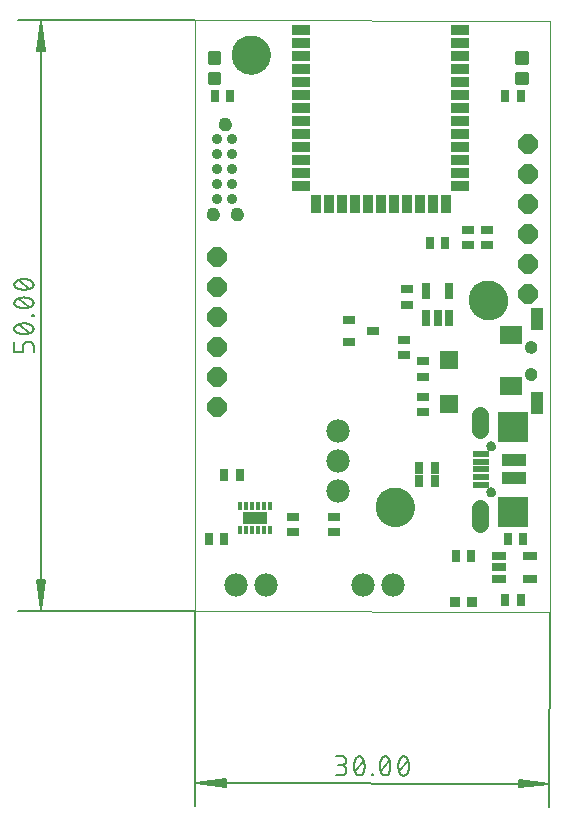
<source format=gts>
G04 EAGLE Gerber X2 export*
%TF.Part,Single*%
%TF.FileFunction,Other,Solder Mask top*%
%TF.FilePolarity,Positive*%
%TF.GenerationSoftware,Autodesk,EAGLE,9.4.2*%
%TF.CreationDate,2019-07-05T01:34:15Z*%
G75*
%MOMM*%
%FSLAX34Y34*%
%LPD*%
%INSolder Mask top*%
%AMOC8*
5,1,8,0,0,1.08239X$1,22.5*%
G01*
%ADD10C,0.000000*%
%ADD11C,0.130000*%
%ADD12C,0.152400*%
%ADD13C,3.301600*%
%ADD14R,0.401600X0.801600*%
%ADD15R,2.101600X1.001600*%
%ADD16R,0.660400X1.371600*%
%ADD17R,0.901600X1.601600*%
%ADD18R,1.601600X0.901600*%
%ADD19R,1.001600X0.801600*%
%ADD20R,0.901600X0.901600*%
%ADD21R,1.301600X0.651600*%
%ADD22R,0.801600X1.001600*%
%ADD23C,1.981200*%
%ADD24R,1.450000X0.500000*%
%ADD25R,2.101600X1.101600*%
%ADD26C,1.409600*%
%ADD27R,2.601600X2.601600*%
%ADD28C,0.801600*%
%ADD29C,0.889000*%
%ADD30C,1.092200*%
%ADD31C,0.396575*%
%ADD32P,1.759533X8X202.500000*%
%ADD33R,1.501600X1.501600*%
%ADD34R,1.117600X0.736600*%
%ADD35R,1.879600X1.498600*%
%ADD36R,1.117600X1.879600*%
%ADD37C,1.051600*%


D10*
X0Y0D02*
X300000Y-600D01*
X299900Y499400D01*
X0Y500000D01*
X0Y0D01*
D11*
X0Y500000D02*
X-150000Y500000D01*
X-150000Y0D02*
X0Y0D01*
X-130500Y650D02*
X-130500Y499350D01*
X-133692Y474000D01*
X-127308Y474000D01*
X-130500Y499350D01*
X-131800Y474000D01*
X-129200Y474000D02*
X-130500Y499350D01*
X-133100Y474000D01*
X-127900Y474000D02*
X-130500Y499350D01*
X-133692Y26000D02*
X-130500Y650D01*
X-133692Y26000D02*
X-127308Y26000D01*
X-130500Y650D01*
X-131800Y26000D01*
X-129200Y26000D02*
X-130500Y650D01*
X-133100Y26000D01*
X-127900Y26000D02*
X-130500Y650D01*
D12*
X-137007Y218941D02*
X-137007Y224360D01*
X-137009Y224478D01*
X-137015Y224596D01*
X-137024Y224714D01*
X-137038Y224831D01*
X-137055Y224948D01*
X-137076Y225065D01*
X-137101Y225180D01*
X-137130Y225295D01*
X-137163Y225409D01*
X-137199Y225521D01*
X-137239Y225632D01*
X-137282Y225742D01*
X-137329Y225851D01*
X-137379Y225958D01*
X-137434Y226063D01*
X-137491Y226166D01*
X-137552Y226267D01*
X-137616Y226367D01*
X-137683Y226464D01*
X-137753Y226559D01*
X-137827Y226651D01*
X-137903Y226742D01*
X-137983Y226829D01*
X-138065Y226914D01*
X-138150Y226996D01*
X-138237Y227076D01*
X-138328Y227152D01*
X-138420Y227226D01*
X-138515Y227296D01*
X-138612Y227363D01*
X-138712Y227427D01*
X-138813Y227488D01*
X-138916Y227545D01*
X-139021Y227600D01*
X-139128Y227650D01*
X-139237Y227697D01*
X-139347Y227740D01*
X-139458Y227780D01*
X-139570Y227816D01*
X-139684Y227849D01*
X-139799Y227878D01*
X-139914Y227903D01*
X-140031Y227924D01*
X-140148Y227941D01*
X-140265Y227955D01*
X-140383Y227964D01*
X-140501Y227970D01*
X-140619Y227972D01*
X-142426Y227972D01*
X-142544Y227970D01*
X-142662Y227964D01*
X-142780Y227955D01*
X-142897Y227941D01*
X-143014Y227924D01*
X-143131Y227903D01*
X-143246Y227878D01*
X-143361Y227849D01*
X-143475Y227816D01*
X-143587Y227780D01*
X-143698Y227740D01*
X-143808Y227697D01*
X-143917Y227650D01*
X-144024Y227600D01*
X-144129Y227545D01*
X-144232Y227488D01*
X-144333Y227427D01*
X-144433Y227363D01*
X-144530Y227296D01*
X-144625Y227226D01*
X-144717Y227152D01*
X-144808Y227076D01*
X-144895Y226996D01*
X-144980Y226914D01*
X-145062Y226829D01*
X-145142Y226742D01*
X-145218Y226651D01*
X-145292Y226559D01*
X-145362Y226464D01*
X-145429Y226367D01*
X-145493Y226267D01*
X-145554Y226166D01*
X-145611Y226063D01*
X-145666Y225958D01*
X-145716Y225851D01*
X-145763Y225742D01*
X-145806Y225632D01*
X-145846Y225521D01*
X-145882Y225409D01*
X-145915Y225295D01*
X-145944Y225180D01*
X-145969Y225065D01*
X-145990Y224948D01*
X-146007Y224831D01*
X-146021Y224714D01*
X-146030Y224596D01*
X-146036Y224478D01*
X-146038Y224360D01*
X-146038Y218941D01*
X-153263Y218941D01*
X-153263Y227972D01*
X-151005Y235928D02*
X-150716Y235791D01*
X-150424Y235661D01*
X-150128Y235538D01*
X-149830Y235423D01*
X-149529Y235314D01*
X-149226Y235213D01*
X-148920Y235119D01*
X-148613Y235032D01*
X-148303Y234953D01*
X-147991Y234881D01*
X-147678Y234817D01*
X-147363Y234760D01*
X-147047Y234710D01*
X-146730Y234668D01*
X-146412Y234634D01*
X-146094Y234607D01*
X-145774Y234588D01*
X-145455Y234577D01*
X-145135Y234573D01*
X-151006Y235927D02*
X-151114Y235966D01*
X-151221Y236009D01*
X-151326Y236055D01*
X-151430Y236106D01*
X-151532Y236159D01*
X-151632Y236216D01*
X-151730Y236277D01*
X-151825Y236341D01*
X-151919Y236408D01*
X-152010Y236479D01*
X-152099Y236552D01*
X-152185Y236629D01*
X-152268Y236708D01*
X-152349Y236790D01*
X-152427Y236875D01*
X-152501Y236963D01*
X-152573Y237053D01*
X-152641Y237145D01*
X-152707Y237240D01*
X-152769Y237337D01*
X-152827Y237436D01*
X-152883Y237538D01*
X-152934Y237640D01*
X-152982Y237745D01*
X-153027Y237851D01*
X-153068Y237959D01*
X-153105Y238068D01*
X-153138Y238178D01*
X-153167Y238290D01*
X-153193Y238402D01*
X-153215Y238515D01*
X-153232Y238629D01*
X-153246Y238743D01*
X-153256Y238858D01*
X-153262Y238973D01*
X-153264Y239088D01*
X-153263Y239088D02*
X-153261Y239203D01*
X-153255Y239318D01*
X-153245Y239433D01*
X-153231Y239547D01*
X-153214Y239661D01*
X-153192Y239774D01*
X-153166Y239886D01*
X-153137Y239998D01*
X-153104Y240108D01*
X-153067Y240217D01*
X-153026Y240325D01*
X-152981Y240431D01*
X-152933Y240536D01*
X-152882Y240638D01*
X-152826Y240739D01*
X-152768Y240839D01*
X-152706Y240936D01*
X-152641Y241030D01*
X-152572Y241123D01*
X-152500Y241213D01*
X-152426Y241301D01*
X-152348Y241386D01*
X-152267Y241468D01*
X-152184Y241547D01*
X-152098Y241624D01*
X-152009Y241697D01*
X-151918Y241768D01*
X-151824Y241835D01*
X-151729Y241899D01*
X-151631Y241960D01*
X-151531Y242017D01*
X-151429Y242070D01*
X-151325Y242121D01*
X-151220Y242167D01*
X-151113Y242210D01*
X-151005Y242249D01*
X-151005Y242248D02*
X-150716Y242385D01*
X-150424Y242515D01*
X-150128Y242638D01*
X-149830Y242753D01*
X-149529Y242862D01*
X-149226Y242963D01*
X-148920Y243057D01*
X-148613Y243144D01*
X-148303Y243223D01*
X-147991Y243295D01*
X-147678Y243359D01*
X-147363Y243416D01*
X-147047Y243466D01*
X-146730Y243508D01*
X-146412Y243542D01*
X-146094Y243569D01*
X-145774Y243588D01*
X-145455Y243599D01*
X-145135Y243603D01*
X-145135Y234573D02*
X-144815Y234577D01*
X-144496Y234588D01*
X-144176Y234607D01*
X-143858Y234634D01*
X-143540Y234668D01*
X-143223Y234710D01*
X-142907Y234760D01*
X-142592Y234817D01*
X-142279Y234881D01*
X-141967Y234953D01*
X-141657Y235032D01*
X-141350Y235119D01*
X-141044Y235213D01*
X-140741Y235314D01*
X-140440Y235423D01*
X-140142Y235538D01*
X-139846Y235661D01*
X-139554Y235791D01*
X-139265Y235928D01*
X-139265Y235927D02*
X-139157Y235966D01*
X-139050Y236009D01*
X-138945Y236055D01*
X-138841Y236106D01*
X-138739Y236159D01*
X-138639Y236216D01*
X-138541Y236277D01*
X-138446Y236341D01*
X-138352Y236408D01*
X-138261Y236479D01*
X-138172Y236552D01*
X-138086Y236629D01*
X-138003Y236708D01*
X-137922Y236790D01*
X-137844Y236875D01*
X-137770Y236963D01*
X-137698Y237053D01*
X-137629Y237146D01*
X-137564Y237240D01*
X-137502Y237337D01*
X-137444Y237437D01*
X-137388Y237538D01*
X-137337Y237640D01*
X-137289Y237745D01*
X-137244Y237851D01*
X-137203Y237959D01*
X-137166Y238068D01*
X-137133Y238178D01*
X-137104Y238290D01*
X-137078Y238402D01*
X-137056Y238515D01*
X-137039Y238629D01*
X-137025Y238743D01*
X-137015Y238858D01*
X-137009Y238973D01*
X-137007Y239088D01*
X-139265Y242248D02*
X-139554Y242385D01*
X-139846Y242515D01*
X-140142Y242638D01*
X-140440Y242753D01*
X-140741Y242862D01*
X-141044Y242963D01*
X-141350Y243057D01*
X-141657Y243144D01*
X-141967Y243223D01*
X-142279Y243295D01*
X-142592Y243359D01*
X-142907Y243416D01*
X-143223Y243466D01*
X-143540Y243508D01*
X-143858Y243542D01*
X-144176Y243569D01*
X-144496Y243588D01*
X-144815Y243599D01*
X-145135Y243603D01*
X-139265Y242249D02*
X-139157Y242210D01*
X-139050Y242167D01*
X-138945Y242121D01*
X-138841Y242070D01*
X-138739Y242017D01*
X-138639Y241960D01*
X-138541Y241899D01*
X-138446Y241835D01*
X-138352Y241768D01*
X-138261Y241697D01*
X-138172Y241624D01*
X-138086Y241547D01*
X-138003Y241468D01*
X-137922Y241386D01*
X-137844Y241301D01*
X-137770Y241213D01*
X-137698Y241123D01*
X-137629Y241030D01*
X-137564Y240936D01*
X-137502Y240839D01*
X-137444Y240739D01*
X-137388Y240638D01*
X-137337Y240535D01*
X-137289Y240431D01*
X-137244Y240325D01*
X-137203Y240217D01*
X-137166Y240108D01*
X-137133Y239998D01*
X-137104Y239886D01*
X-137078Y239774D01*
X-137056Y239661D01*
X-137039Y239547D01*
X-137025Y239433D01*
X-137015Y239318D01*
X-137009Y239203D01*
X-137007Y239088D01*
X-140619Y235476D02*
X-149651Y242701D01*
X-137910Y249578D02*
X-137007Y249578D01*
X-137910Y249578D02*
X-137910Y250481D01*
X-137007Y250481D01*
X-137007Y249578D01*
X-145135Y256456D02*
X-145455Y256460D01*
X-145774Y256471D01*
X-146094Y256490D01*
X-146412Y256517D01*
X-146730Y256551D01*
X-147047Y256593D01*
X-147363Y256643D01*
X-147678Y256700D01*
X-147991Y256764D01*
X-148303Y256836D01*
X-148613Y256915D01*
X-148920Y257002D01*
X-149226Y257096D01*
X-149529Y257197D01*
X-149830Y257306D01*
X-150128Y257421D01*
X-150424Y257544D01*
X-150716Y257674D01*
X-151005Y257811D01*
X-151006Y257811D02*
X-151114Y257850D01*
X-151221Y257893D01*
X-151326Y257939D01*
X-151430Y257990D01*
X-151532Y258043D01*
X-151632Y258100D01*
X-151730Y258161D01*
X-151825Y258225D01*
X-151919Y258292D01*
X-152010Y258363D01*
X-152099Y258436D01*
X-152185Y258513D01*
X-152268Y258592D01*
X-152349Y258674D01*
X-152427Y258759D01*
X-152501Y258847D01*
X-152573Y258937D01*
X-152641Y259029D01*
X-152707Y259124D01*
X-152769Y259221D01*
X-152827Y259320D01*
X-152883Y259422D01*
X-152934Y259524D01*
X-152982Y259629D01*
X-153027Y259735D01*
X-153068Y259843D01*
X-153105Y259952D01*
X-153138Y260062D01*
X-153167Y260174D01*
X-153193Y260286D01*
X-153215Y260399D01*
X-153232Y260513D01*
X-153246Y260627D01*
X-153256Y260742D01*
X-153262Y260857D01*
X-153264Y260972D01*
X-153263Y260972D02*
X-153261Y261087D01*
X-153255Y261202D01*
X-153245Y261317D01*
X-153231Y261431D01*
X-153214Y261545D01*
X-153192Y261658D01*
X-153166Y261770D01*
X-153137Y261882D01*
X-153104Y261992D01*
X-153067Y262101D01*
X-153026Y262209D01*
X-152981Y262315D01*
X-152933Y262420D01*
X-152882Y262522D01*
X-152826Y262623D01*
X-152768Y262723D01*
X-152706Y262820D01*
X-152641Y262914D01*
X-152572Y263007D01*
X-152500Y263097D01*
X-152426Y263185D01*
X-152348Y263270D01*
X-152267Y263352D01*
X-152184Y263431D01*
X-152098Y263508D01*
X-152009Y263581D01*
X-151918Y263652D01*
X-151824Y263719D01*
X-151729Y263783D01*
X-151631Y263844D01*
X-151531Y263901D01*
X-151429Y263954D01*
X-151325Y264005D01*
X-151220Y264051D01*
X-151113Y264094D01*
X-151005Y264133D01*
X-151005Y264132D02*
X-150716Y264269D01*
X-150424Y264399D01*
X-150128Y264522D01*
X-149830Y264637D01*
X-149529Y264746D01*
X-149226Y264847D01*
X-148920Y264941D01*
X-148613Y265028D01*
X-148303Y265107D01*
X-147991Y265179D01*
X-147678Y265243D01*
X-147363Y265300D01*
X-147047Y265350D01*
X-146730Y265392D01*
X-146412Y265426D01*
X-146094Y265453D01*
X-145774Y265472D01*
X-145455Y265483D01*
X-145135Y265487D01*
X-145135Y256457D02*
X-144815Y256461D01*
X-144496Y256472D01*
X-144176Y256491D01*
X-143858Y256518D01*
X-143540Y256552D01*
X-143223Y256594D01*
X-142907Y256644D01*
X-142592Y256701D01*
X-142279Y256765D01*
X-141967Y256837D01*
X-141657Y256916D01*
X-141350Y257003D01*
X-141044Y257097D01*
X-140741Y257198D01*
X-140440Y257307D01*
X-140142Y257422D01*
X-139846Y257545D01*
X-139554Y257675D01*
X-139265Y257812D01*
X-139265Y257811D02*
X-139157Y257850D01*
X-139050Y257893D01*
X-138945Y257939D01*
X-138841Y257990D01*
X-138739Y258043D01*
X-138639Y258100D01*
X-138541Y258161D01*
X-138446Y258225D01*
X-138352Y258292D01*
X-138261Y258363D01*
X-138172Y258436D01*
X-138086Y258513D01*
X-138003Y258592D01*
X-137922Y258674D01*
X-137844Y258759D01*
X-137770Y258847D01*
X-137698Y258937D01*
X-137629Y259030D01*
X-137564Y259124D01*
X-137502Y259221D01*
X-137444Y259321D01*
X-137388Y259422D01*
X-137337Y259524D01*
X-137289Y259629D01*
X-137244Y259735D01*
X-137203Y259843D01*
X-137166Y259952D01*
X-137133Y260062D01*
X-137104Y260174D01*
X-137078Y260286D01*
X-137056Y260399D01*
X-137039Y260513D01*
X-137025Y260627D01*
X-137015Y260742D01*
X-137009Y260857D01*
X-137007Y260972D01*
X-139265Y264132D02*
X-139554Y264269D01*
X-139846Y264399D01*
X-140142Y264522D01*
X-140440Y264637D01*
X-140741Y264746D01*
X-141044Y264847D01*
X-141350Y264941D01*
X-141657Y265028D01*
X-141967Y265107D01*
X-142279Y265179D01*
X-142592Y265243D01*
X-142907Y265300D01*
X-143223Y265350D01*
X-143540Y265392D01*
X-143858Y265426D01*
X-144176Y265453D01*
X-144496Y265472D01*
X-144815Y265483D01*
X-145135Y265487D01*
X-139265Y264133D02*
X-139157Y264094D01*
X-139050Y264051D01*
X-138945Y264005D01*
X-138841Y263954D01*
X-138739Y263901D01*
X-138639Y263844D01*
X-138541Y263783D01*
X-138446Y263719D01*
X-138352Y263652D01*
X-138261Y263581D01*
X-138172Y263508D01*
X-138086Y263431D01*
X-138003Y263352D01*
X-137922Y263270D01*
X-137844Y263185D01*
X-137770Y263097D01*
X-137698Y263007D01*
X-137629Y262914D01*
X-137564Y262820D01*
X-137502Y262723D01*
X-137444Y262623D01*
X-137388Y262522D01*
X-137337Y262419D01*
X-137289Y262315D01*
X-137244Y262209D01*
X-137203Y262101D01*
X-137166Y261992D01*
X-137133Y261882D01*
X-137104Y261770D01*
X-137078Y261658D01*
X-137056Y261545D01*
X-137039Y261431D01*
X-137025Y261317D01*
X-137015Y261202D01*
X-137009Y261087D01*
X-137007Y260972D01*
X-140619Y257359D02*
X-149651Y264584D01*
X-145135Y272088D02*
X-145455Y272092D01*
X-145774Y272103D01*
X-146094Y272122D01*
X-146412Y272149D01*
X-146730Y272183D01*
X-147047Y272225D01*
X-147363Y272275D01*
X-147678Y272332D01*
X-147991Y272396D01*
X-148303Y272468D01*
X-148613Y272547D01*
X-148920Y272634D01*
X-149226Y272728D01*
X-149529Y272829D01*
X-149830Y272938D01*
X-150128Y273053D01*
X-150424Y273176D01*
X-150716Y273306D01*
X-151005Y273443D01*
X-151006Y273442D02*
X-151114Y273481D01*
X-151221Y273524D01*
X-151326Y273570D01*
X-151430Y273621D01*
X-151532Y273674D01*
X-151632Y273731D01*
X-151730Y273792D01*
X-151825Y273856D01*
X-151919Y273923D01*
X-152010Y273994D01*
X-152099Y274067D01*
X-152185Y274144D01*
X-152268Y274223D01*
X-152349Y274305D01*
X-152427Y274390D01*
X-152501Y274478D01*
X-152573Y274568D01*
X-152641Y274660D01*
X-152707Y274755D01*
X-152769Y274852D01*
X-152827Y274951D01*
X-152883Y275053D01*
X-152934Y275155D01*
X-152982Y275260D01*
X-153027Y275366D01*
X-153068Y275474D01*
X-153105Y275583D01*
X-153138Y275693D01*
X-153167Y275805D01*
X-153193Y275917D01*
X-153215Y276030D01*
X-153232Y276144D01*
X-153246Y276258D01*
X-153256Y276373D01*
X-153262Y276488D01*
X-153264Y276603D01*
X-153263Y276603D02*
X-153261Y276718D01*
X-153255Y276833D01*
X-153245Y276948D01*
X-153231Y277062D01*
X-153214Y277176D01*
X-153192Y277289D01*
X-153166Y277401D01*
X-153137Y277513D01*
X-153104Y277623D01*
X-153067Y277732D01*
X-153026Y277840D01*
X-152981Y277946D01*
X-152933Y278051D01*
X-152882Y278153D01*
X-152826Y278254D01*
X-152768Y278354D01*
X-152706Y278451D01*
X-152641Y278545D01*
X-152572Y278638D01*
X-152500Y278728D01*
X-152426Y278816D01*
X-152348Y278901D01*
X-152267Y278983D01*
X-152184Y279062D01*
X-152098Y279139D01*
X-152009Y279212D01*
X-151918Y279283D01*
X-151824Y279350D01*
X-151729Y279414D01*
X-151631Y279475D01*
X-151531Y279532D01*
X-151429Y279585D01*
X-151325Y279636D01*
X-151220Y279682D01*
X-151113Y279725D01*
X-151005Y279764D01*
X-151005Y279763D02*
X-150716Y279900D01*
X-150424Y280030D01*
X-150128Y280153D01*
X-149830Y280268D01*
X-149529Y280377D01*
X-149226Y280478D01*
X-148920Y280572D01*
X-148613Y280659D01*
X-148303Y280738D01*
X-147991Y280810D01*
X-147678Y280874D01*
X-147363Y280931D01*
X-147047Y280981D01*
X-146730Y281023D01*
X-146412Y281057D01*
X-146094Y281084D01*
X-145774Y281103D01*
X-145455Y281114D01*
X-145135Y281118D01*
X-145135Y272088D02*
X-144815Y272092D01*
X-144496Y272103D01*
X-144176Y272122D01*
X-143858Y272149D01*
X-143540Y272183D01*
X-143223Y272225D01*
X-142907Y272275D01*
X-142592Y272332D01*
X-142279Y272396D01*
X-141967Y272468D01*
X-141657Y272547D01*
X-141350Y272634D01*
X-141044Y272728D01*
X-140741Y272829D01*
X-140440Y272938D01*
X-140142Y273053D01*
X-139846Y273176D01*
X-139554Y273306D01*
X-139265Y273443D01*
X-139265Y273442D02*
X-139157Y273481D01*
X-139050Y273524D01*
X-138945Y273570D01*
X-138841Y273621D01*
X-138739Y273674D01*
X-138639Y273731D01*
X-138541Y273792D01*
X-138446Y273856D01*
X-138352Y273923D01*
X-138261Y273994D01*
X-138172Y274067D01*
X-138086Y274144D01*
X-138003Y274223D01*
X-137922Y274305D01*
X-137844Y274390D01*
X-137770Y274478D01*
X-137698Y274568D01*
X-137629Y274661D01*
X-137564Y274755D01*
X-137502Y274852D01*
X-137444Y274952D01*
X-137388Y275053D01*
X-137337Y275155D01*
X-137289Y275260D01*
X-137244Y275366D01*
X-137203Y275474D01*
X-137166Y275583D01*
X-137133Y275693D01*
X-137104Y275805D01*
X-137078Y275917D01*
X-137056Y276030D01*
X-137039Y276144D01*
X-137025Y276258D01*
X-137015Y276373D01*
X-137009Y276488D01*
X-137007Y276603D01*
X-139265Y279763D02*
X-139554Y279900D01*
X-139846Y280030D01*
X-140142Y280153D01*
X-140440Y280268D01*
X-140741Y280377D01*
X-141044Y280478D01*
X-141350Y280572D01*
X-141657Y280659D01*
X-141967Y280738D01*
X-142279Y280810D01*
X-142592Y280874D01*
X-142907Y280931D01*
X-143223Y280981D01*
X-143540Y281023D01*
X-143858Y281057D01*
X-144176Y281084D01*
X-144496Y281103D01*
X-144815Y281114D01*
X-145135Y281118D01*
X-139265Y279764D02*
X-139157Y279725D01*
X-139050Y279682D01*
X-138945Y279636D01*
X-138841Y279585D01*
X-138739Y279532D01*
X-138639Y279475D01*
X-138541Y279414D01*
X-138446Y279350D01*
X-138352Y279283D01*
X-138261Y279212D01*
X-138172Y279139D01*
X-138086Y279062D01*
X-138003Y278983D01*
X-137922Y278901D01*
X-137844Y278816D01*
X-137770Y278728D01*
X-137698Y278638D01*
X-137629Y278545D01*
X-137564Y278451D01*
X-137502Y278354D01*
X-137444Y278254D01*
X-137388Y278153D01*
X-137337Y278050D01*
X-137289Y277946D01*
X-137244Y277840D01*
X-137203Y277732D01*
X-137166Y277623D01*
X-137133Y277513D01*
X-137104Y277401D01*
X-137078Y277289D01*
X-137056Y277176D01*
X-137039Y277062D01*
X-137025Y276948D01*
X-137015Y276833D01*
X-137009Y276718D01*
X-137007Y276603D01*
X-140619Y272991D02*
X-149651Y280215D01*
D11*
X0Y0D02*
X-330Y-164942D01*
X299670Y-165542D02*
X300000Y-600D01*
X299059Y-146041D02*
X359Y-145443D01*
X25715Y-142302D01*
X25703Y-148686D01*
X359Y-145443D01*
X25712Y-144194D01*
X25706Y-146794D02*
X359Y-145443D01*
X25714Y-142894D01*
X25704Y-148094D02*
X359Y-145443D01*
X273716Y-142798D02*
X299059Y-146041D01*
X273716Y-142798D02*
X273703Y-149182D01*
X299059Y-146041D01*
X273712Y-144690D01*
X273707Y-147290D02*
X299059Y-146041D01*
X273714Y-143390D01*
X273704Y-148590D02*
X299059Y-146041D01*
D12*
X123179Y-139181D02*
X118663Y-139173D01*
X123179Y-139181D02*
X123313Y-139179D01*
X123447Y-139174D01*
X123580Y-139164D01*
X123713Y-139150D01*
X123846Y-139133D01*
X123978Y-139111D01*
X124109Y-139086D01*
X124240Y-139056D01*
X124370Y-139023D01*
X124498Y-138986D01*
X124626Y-138946D01*
X124752Y-138901D01*
X124877Y-138853D01*
X125000Y-138801D01*
X125122Y-138745D01*
X125242Y-138686D01*
X125360Y-138624D01*
X125477Y-138557D01*
X125591Y-138488D01*
X125703Y-138415D01*
X125813Y-138339D01*
X125921Y-138259D01*
X126026Y-138177D01*
X126129Y-138091D01*
X126229Y-138002D01*
X126327Y-137911D01*
X126422Y-137816D01*
X126514Y-137719D01*
X126603Y-137619D01*
X126689Y-137517D01*
X126772Y-137412D01*
X126852Y-137304D01*
X126928Y-137194D01*
X127001Y-137082D01*
X127071Y-136968D01*
X127138Y-136852D01*
X127201Y-136734D01*
X127261Y-136614D01*
X127317Y-136493D01*
X127369Y-136370D01*
X127418Y-136245D01*
X127463Y-136119D01*
X127504Y-135991D01*
X127541Y-135863D01*
X127575Y-135733D01*
X127605Y-135603D01*
X127630Y-135472D01*
X127652Y-135340D01*
X127670Y-135207D01*
X127684Y-135074D01*
X127695Y-134940D01*
X127701Y-134807D01*
X127703Y-134673D01*
X127701Y-134539D01*
X127696Y-134405D01*
X127686Y-134272D01*
X127672Y-134139D01*
X127655Y-134006D01*
X127633Y-133874D01*
X127608Y-133743D01*
X127579Y-133612D01*
X127545Y-133482D01*
X127508Y-133354D01*
X127468Y-133226D01*
X127423Y-133100D01*
X127375Y-132975D01*
X127323Y-132852D01*
X127267Y-132730D01*
X127208Y-132610D01*
X127146Y-132492D01*
X127079Y-132375D01*
X127010Y-132261D01*
X126937Y-132149D01*
X126861Y-132039D01*
X126781Y-131931D01*
X126699Y-131826D01*
X126613Y-131723D01*
X126524Y-131623D01*
X126433Y-131525D01*
X126338Y-131430D01*
X126241Y-131338D01*
X126141Y-131249D01*
X126039Y-131163D01*
X125934Y-131080D01*
X125826Y-131000D01*
X125716Y-130924D01*
X125604Y-130851D01*
X125490Y-130781D01*
X125374Y-130714D01*
X125256Y-130651D01*
X125136Y-130591D01*
X125015Y-130535D01*
X124892Y-130483D01*
X124767Y-130434D01*
X124641Y-130389D01*
X124513Y-130348D01*
X124385Y-130311D01*
X124255Y-130277D01*
X124125Y-130247D01*
X123994Y-130222D01*
X123862Y-130200D01*
X123729Y-130182D01*
X123596Y-130168D01*
X123462Y-130157D01*
X123329Y-130151D01*
X123195Y-130149D01*
X124110Y-122926D02*
X118692Y-122917D01*
X124110Y-122927D02*
X124230Y-122929D01*
X124349Y-122935D01*
X124468Y-122945D01*
X124587Y-122959D01*
X124705Y-122977D01*
X124822Y-122999D01*
X124939Y-123025D01*
X125055Y-123054D01*
X125169Y-123088D01*
X125283Y-123125D01*
X125395Y-123166D01*
X125506Y-123210D01*
X125615Y-123258D01*
X125723Y-123310D01*
X125829Y-123365D01*
X125933Y-123424D01*
X126035Y-123486D01*
X126135Y-123552D01*
X126232Y-123621D01*
X126328Y-123693D01*
X126420Y-123768D01*
X126511Y-123846D01*
X126599Y-123927D01*
X126684Y-124011D01*
X126766Y-124097D01*
X126845Y-124187D01*
X126921Y-124279D01*
X126994Y-124373D01*
X127064Y-124470D01*
X127131Y-124569D01*
X127195Y-124670D01*
X127255Y-124773D01*
X127312Y-124878D01*
X127365Y-124985D01*
X127414Y-125094D01*
X127460Y-125204D01*
X127503Y-125316D01*
X127541Y-125429D01*
X127576Y-125543D01*
X127607Y-125658D01*
X127634Y-125775D01*
X127658Y-125892D01*
X127677Y-126010D01*
X127693Y-126128D01*
X127704Y-126247D01*
X127712Y-126366D01*
X127716Y-126486D01*
X127715Y-126605D01*
X127711Y-126724D01*
X127703Y-126844D01*
X127691Y-126962D01*
X127675Y-127081D01*
X127655Y-127199D01*
X127632Y-127316D01*
X127604Y-127432D01*
X127572Y-127547D01*
X127537Y-127661D01*
X127498Y-127774D01*
X127456Y-127886D01*
X127409Y-127996D01*
X127359Y-128104D01*
X127306Y-128211D01*
X127249Y-128316D01*
X127188Y-128419D01*
X127124Y-128520D01*
X127057Y-128619D01*
X126987Y-128715D01*
X126913Y-128809D01*
X126837Y-128901D01*
X126757Y-128990D01*
X126675Y-129076D01*
X126589Y-129160D01*
X126501Y-129241D01*
X126411Y-129318D01*
X126318Y-129393D01*
X126222Y-129465D01*
X126124Y-129533D01*
X126024Y-129598D01*
X125922Y-129660D01*
X125818Y-129719D01*
X125712Y-129774D01*
X125604Y-129825D01*
X125494Y-129873D01*
X125383Y-129917D01*
X125271Y-129957D01*
X125157Y-129994D01*
X125042Y-130027D01*
X124927Y-130056D01*
X124810Y-130081D01*
X124692Y-130103D01*
X124574Y-130120D01*
X124456Y-130134D01*
X124336Y-130144D01*
X124217Y-130149D01*
X124098Y-130151D01*
X120485Y-130145D01*
X134309Y-131072D02*
X134313Y-130752D01*
X134325Y-130432D01*
X134345Y-130113D01*
X134372Y-129795D01*
X134407Y-129477D01*
X134450Y-129160D01*
X134500Y-128844D01*
X134557Y-128529D01*
X134622Y-128216D01*
X134694Y-127905D01*
X134774Y-127595D01*
X134862Y-127287D01*
X134956Y-126982D01*
X135058Y-126679D01*
X135167Y-126378D01*
X135283Y-126080D01*
X135406Y-125785D01*
X135537Y-125493D01*
X135674Y-125204D01*
X135673Y-125204D02*
X135713Y-125096D01*
X135756Y-124989D01*
X135803Y-124884D01*
X135853Y-124780D01*
X135907Y-124679D01*
X135964Y-124579D01*
X136025Y-124481D01*
X136089Y-124385D01*
X136156Y-124292D01*
X136227Y-124201D01*
X136301Y-124113D01*
X136377Y-124027D01*
X136457Y-123943D01*
X136539Y-123863D01*
X136624Y-123785D01*
X136712Y-123711D01*
X136802Y-123639D01*
X136895Y-123571D01*
X136990Y-123506D01*
X137087Y-123444D01*
X137186Y-123386D01*
X137287Y-123331D01*
X137390Y-123279D01*
X137495Y-123231D01*
X137601Y-123187D01*
X137709Y-123146D01*
X137818Y-123110D01*
X137928Y-123077D01*
X138040Y-123047D01*
X138152Y-123022D01*
X138265Y-123000D01*
X138379Y-122983D01*
X138493Y-122969D01*
X138608Y-122960D01*
X138723Y-122954D01*
X138838Y-122952D01*
X138953Y-122954D01*
X139068Y-122960D01*
X139183Y-122970D01*
X139297Y-122984D01*
X139410Y-123002D01*
X139524Y-123024D01*
X139636Y-123050D01*
X139747Y-123080D01*
X139857Y-123113D01*
X139966Y-123150D01*
X140074Y-123191D01*
X140180Y-123236D01*
X140284Y-123284D01*
X140387Y-123336D01*
X140488Y-123391D01*
X140587Y-123450D01*
X140684Y-123512D01*
X140779Y-123578D01*
X140871Y-123646D01*
X140961Y-123718D01*
X141048Y-123793D01*
X141133Y-123871D01*
X141215Y-123952D01*
X141295Y-124035D01*
X141371Y-124121D01*
X141444Y-124210D01*
X141514Y-124301D01*
X141581Y-124395D01*
X141645Y-124491D01*
X141706Y-124589D01*
X141763Y-124689D01*
X141816Y-124791D01*
X141866Y-124894D01*
X141913Y-125000D01*
X141955Y-125107D01*
X141994Y-125215D01*
X141996Y-125216D02*
X142132Y-125505D01*
X142261Y-125798D01*
X142383Y-126093D01*
X142498Y-126391D01*
X142606Y-126692D01*
X142707Y-126996D01*
X142801Y-127302D01*
X142887Y-127610D01*
X142966Y-127920D01*
X143037Y-128231D01*
X143101Y-128545D01*
X143157Y-128860D01*
X143206Y-129176D01*
X143247Y-129493D01*
X143281Y-129811D01*
X143307Y-130130D01*
X143326Y-130449D01*
X143337Y-130768D01*
X143340Y-131088D01*
X134308Y-131072D02*
X134311Y-131392D01*
X134322Y-131712D01*
X134341Y-132031D01*
X134367Y-132350D01*
X134401Y-132668D01*
X134442Y-132985D01*
X134491Y-133301D01*
X134547Y-133616D01*
X134611Y-133929D01*
X134682Y-134241D01*
X134761Y-134551D01*
X134847Y-134859D01*
X134941Y-135165D01*
X135042Y-135468D01*
X135150Y-135769D01*
X135265Y-136068D01*
X135387Y-136363D01*
X135516Y-136656D01*
X135652Y-136945D01*
X135654Y-136944D02*
X135693Y-137052D01*
X135735Y-137159D01*
X135782Y-137265D01*
X135832Y-137368D01*
X135885Y-137470D01*
X135942Y-137570D01*
X136003Y-137668D01*
X136067Y-137764D01*
X136134Y-137858D01*
X136204Y-137949D01*
X136277Y-138038D01*
X136353Y-138124D01*
X136433Y-138207D01*
X136515Y-138288D01*
X136600Y-138366D01*
X136687Y-138441D01*
X136777Y-138513D01*
X136869Y-138581D01*
X136964Y-138647D01*
X137061Y-138709D01*
X137160Y-138768D01*
X137261Y-138823D01*
X137364Y-138875D01*
X137468Y-138923D01*
X137574Y-138968D01*
X137682Y-139009D01*
X137791Y-139046D01*
X137901Y-139079D01*
X138012Y-139109D01*
X138124Y-139135D01*
X138238Y-139157D01*
X138351Y-139175D01*
X138465Y-139189D01*
X138580Y-139199D01*
X138695Y-139205D01*
X138810Y-139207D01*
X141974Y-136956D02*
X142111Y-136667D01*
X142242Y-136375D01*
X142365Y-136080D01*
X142481Y-135782D01*
X142590Y-135481D01*
X142692Y-135178D01*
X142786Y-134873D01*
X142874Y-134565D01*
X142954Y-134255D01*
X143026Y-133944D01*
X143091Y-133631D01*
X143148Y-133316D01*
X143198Y-133000D01*
X143241Y-132683D01*
X143276Y-132365D01*
X143303Y-132047D01*
X143323Y-131728D01*
X143335Y-131408D01*
X143339Y-131088D01*
X141975Y-136955D02*
X141935Y-137063D01*
X141892Y-137170D01*
X141845Y-137275D01*
X141795Y-137379D01*
X141741Y-137480D01*
X141684Y-137580D01*
X141623Y-137678D01*
X141559Y-137774D01*
X141491Y-137867D01*
X141421Y-137958D01*
X141347Y-138047D01*
X141271Y-138132D01*
X141191Y-138216D01*
X141109Y-138296D01*
X141024Y-138374D01*
X140936Y-138448D01*
X140846Y-138520D01*
X140753Y-138588D01*
X140658Y-138653D01*
X140561Y-138715D01*
X140462Y-138773D01*
X140361Y-138828D01*
X140258Y-138880D01*
X140153Y-138928D01*
X140047Y-138972D01*
X139939Y-139013D01*
X139830Y-139049D01*
X139720Y-139082D01*
X139608Y-139112D01*
X139496Y-139137D01*
X139383Y-139159D01*
X139269Y-139176D01*
X139155Y-139190D01*
X139040Y-139199D01*
X138925Y-139205D01*
X138810Y-139207D01*
X135204Y-135589D02*
X142444Y-126571D01*
X149302Y-138323D02*
X149300Y-139226D01*
X149302Y-138323D02*
X150205Y-138325D01*
X150203Y-139228D01*
X149300Y-139226D01*
X156192Y-131110D02*
X156196Y-130790D01*
X156208Y-130470D01*
X156228Y-130151D01*
X156255Y-129833D01*
X156290Y-129515D01*
X156333Y-129198D01*
X156383Y-128882D01*
X156440Y-128567D01*
X156505Y-128254D01*
X156577Y-127943D01*
X156657Y-127633D01*
X156745Y-127325D01*
X156839Y-127020D01*
X156941Y-126717D01*
X157050Y-126416D01*
X157166Y-126118D01*
X157289Y-125823D01*
X157420Y-125531D01*
X157557Y-125242D01*
X157597Y-125134D01*
X157640Y-125027D01*
X157687Y-124922D01*
X157737Y-124818D01*
X157791Y-124717D01*
X157848Y-124617D01*
X157909Y-124519D01*
X157973Y-124423D01*
X158040Y-124330D01*
X158111Y-124239D01*
X158185Y-124151D01*
X158261Y-124065D01*
X158341Y-123981D01*
X158423Y-123901D01*
X158508Y-123823D01*
X158596Y-123749D01*
X158686Y-123677D01*
X158779Y-123609D01*
X158874Y-123544D01*
X158971Y-123482D01*
X159070Y-123424D01*
X159171Y-123369D01*
X159274Y-123317D01*
X159379Y-123269D01*
X159485Y-123225D01*
X159593Y-123184D01*
X159702Y-123148D01*
X159812Y-123115D01*
X159924Y-123085D01*
X160036Y-123060D01*
X160149Y-123038D01*
X160263Y-123021D01*
X160377Y-123007D01*
X160492Y-122998D01*
X160607Y-122992D01*
X160722Y-122990D01*
X160837Y-122992D01*
X160952Y-122998D01*
X161067Y-123008D01*
X161181Y-123022D01*
X161294Y-123040D01*
X161408Y-123062D01*
X161520Y-123088D01*
X161631Y-123118D01*
X161741Y-123151D01*
X161850Y-123188D01*
X161958Y-123229D01*
X162064Y-123274D01*
X162168Y-123322D01*
X162271Y-123374D01*
X162372Y-123429D01*
X162471Y-123488D01*
X162568Y-123550D01*
X162663Y-123616D01*
X162755Y-123684D01*
X162845Y-123756D01*
X162932Y-123831D01*
X163017Y-123909D01*
X163099Y-123990D01*
X163179Y-124073D01*
X163255Y-124159D01*
X163328Y-124248D01*
X163398Y-124339D01*
X163465Y-124433D01*
X163529Y-124529D01*
X163590Y-124627D01*
X163647Y-124727D01*
X163700Y-124829D01*
X163750Y-124932D01*
X163797Y-125038D01*
X163839Y-125145D01*
X163878Y-125253D01*
X163879Y-125254D02*
X164015Y-125543D01*
X164144Y-125836D01*
X164266Y-126131D01*
X164381Y-126429D01*
X164489Y-126730D01*
X164590Y-127034D01*
X164684Y-127340D01*
X164770Y-127648D01*
X164849Y-127958D01*
X164920Y-128269D01*
X164984Y-128583D01*
X165040Y-128898D01*
X165089Y-129214D01*
X165130Y-129531D01*
X165164Y-129849D01*
X165190Y-130168D01*
X165209Y-130487D01*
X165220Y-130806D01*
X165223Y-131126D01*
X156192Y-131110D02*
X156195Y-131430D01*
X156206Y-131750D01*
X156225Y-132069D01*
X156251Y-132388D01*
X156285Y-132706D01*
X156326Y-133023D01*
X156375Y-133339D01*
X156431Y-133654D01*
X156495Y-133967D01*
X156566Y-134279D01*
X156645Y-134589D01*
X156731Y-134897D01*
X156825Y-135203D01*
X156926Y-135506D01*
X157034Y-135807D01*
X157149Y-136106D01*
X157271Y-136401D01*
X157400Y-136694D01*
X157536Y-136983D01*
X157537Y-136983D02*
X157576Y-137091D01*
X157618Y-137198D01*
X157665Y-137304D01*
X157715Y-137407D01*
X157768Y-137509D01*
X157825Y-137609D01*
X157886Y-137707D01*
X157950Y-137803D01*
X158017Y-137897D01*
X158087Y-137988D01*
X158160Y-138077D01*
X158236Y-138163D01*
X158316Y-138246D01*
X158398Y-138327D01*
X158483Y-138405D01*
X158570Y-138480D01*
X158660Y-138552D01*
X158752Y-138620D01*
X158847Y-138686D01*
X158944Y-138748D01*
X159043Y-138807D01*
X159144Y-138862D01*
X159247Y-138914D01*
X159351Y-138962D01*
X159457Y-139007D01*
X159565Y-139048D01*
X159674Y-139085D01*
X159784Y-139118D01*
X159895Y-139148D01*
X160007Y-139174D01*
X160121Y-139196D01*
X160234Y-139214D01*
X160348Y-139228D01*
X160463Y-139238D01*
X160578Y-139244D01*
X160693Y-139246D01*
X163858Y-136994D02*
X163995Y-136705D01*
X164126Y-136413D01*
X164249Y-136118D01*
X164365Y-135820D01*
X164474Y-135519D01*
X164576Y-135216D01*
X164670Y-134911D01*
X164758Y-134603D01*
X164838Y-134293D01*
X164910Y-133982D01*
X164975Y-133669D01*
X165032Y-133354D01*
X165082Y-133038D01*
X165125Y-132721D01*
X165160Y-132403D01*
X165187Y-132085D01*
X165207Y-131766D01*
X165219Y-131446D01*
X165223Y-131126D01*
X163858Y-136994D02*
X163818Y-137102D01*
X163775Y-137209D01*
X163728Y-137314D01*
X163678Y-137418D01*
X163624Y-137519D01*
X163567Y-137619D01*
X163506Y-137717D01*
X163442Y-137813D01*
X163374Y-137906D01*
X163304Y-137997D01*
X163230Y-138086D01*
X163154Y-138171D01*
X163074Y-138255D01*
X162992Y-138335D01*
X162907Y-138413D01*
X162819Y-138487D01*
X162729Y-138559D01*
X162636Y-138627D01*
X162541Y-138692D01*
X162444Y-138754D01*
X162345Y-138812D01*
X162244Y-138867D01*
X162141Y-138919D01*
X162036Y-138967D01*
X161930Y-139011D01*
X161822Y-139052D01*
X161713Y-139088D01*
X161603Y-139121D01*
X161491Y-139151D01*
X161379Y-139176D01*
X161266Y-139198D01*
X161152Y-139215D01*
X161038Y-139229D01*
X160923Y-139238D01*
X160808Y-139244D01*
X160693Y-139246D01*
X157087Y-135627D02*
X164328Y-126609D01*
X171824Y-131138D02*
X171828Y-130818D01*
X171840Y-130498D01*
X171860Y-130179D01*
X171887Y-129861D01*
X171922Y-129543D01*
X171965Y-129226D01*
X172015Y-128910D01*
X172072Y-128595D01*
X172137Y-128282D01*
X172209Y-127971D01*
X172289Y-127661D01*
X172377Y-127353D01*
X172471Y-127048D01*
X172573Y-126745D01*
X172682Y-126444D01*
X172798Y-126146D01*
X172921Y-125851D01*
X173052Y-125559D01*
X173189Y-125270D01*
X173188Y-125270D02*
X173228Y-125162D01*
X173271Y-125055D01*
X173318Y-124950D01*
X173368Y-124846D01*
X173422Y-124745D01*
X173479Y-124645D01*
X173540Y-124547D01*
X173604Y-124451D01*
X173671Y-124358D01*
X173742Y-124267D01*
X173816Y-124179D01*
X173892Y-124093D01*
X173972Y-124009D01*
X174054Y-123929D01*
X174139Y-123851D01*
X174227Y-123777D01*
X174317Y-123705D01*
X174410Y-123637D01*
X174505Y-123572D01*
X174602Y-123510D01*
X174701Y-123452D01*
X174802Y-123397D01*
X174905Y-123345D01*
X175010Y-123297D01*
X175116Y-123253D01*
X175224Y-123212D01*
X175333Y-123176D01*
X175443Y-123143D01*
X175555Y-123113D01*
X175667Y-123088D01*
X175780Y-123066D01*
X175894Y-123049D01*
X176008Y-123035D01*
X176123Y-123026D01*
X176238Y-123020D01*
X176353Y-123018D01*
X176468Y-123020D01*
X176583Y-123026D01*
X176698Y-123036D01*
X176812Y-123050D01*
X176925Y-123068D01*
X177039Y-123090D01*
X177151Y-123116D01*
X177262Y-123146D01*
X177372Y-123179D01*
X177481Y-123216D01*
X177589Y-123257D01*
X177695Y-123302D01*
X177799Y-123350D01*
X177902Y-123402D01*
X178003Y-123457D01*
X178102Y-123516D01*
X178199Y-123578D01*
X178294Y-123644D01*
X178386Y-123712D01*
X178476Y-123784D01*
X178563Y-123859D01*
X178648Y-123937D01*
X178730Y-124018D01*
X178810Y-124101D01*
X178886Y-124187D01*
X178959Y-124276D01*
X179029Y-124367D01*
X179096Y-124461D01*
X179160Y-124557D01*
X179221Y-124655D01*
X179278Y-124755D01*
X179331Y-124857D01*
X179381Y-124960D01*
X179428Y-125066D01*
X179470Y-125173D01*
X179509Y-125281D01*
X179510Y-125281D02*
X179646Y-125570D01*
X179775Y-125863D01*
X179897Y-126158D01*
X180012Y-126456D01*
X180120Y-126757D01*
X180221Y-127061D01*
X180315Y-127367D01*
X180401Y-127675D01*
X180480Y-127985D01*
X180551Y-128296D01*
X180615Y-128610D01*
X180671Y-128925D01*
X180720Y-129241D01*
X180761Y-129558D01*
X180795Y-129876D01*
X180821Y-130195D01*
X180840Y-130514D01*
X180851Y-130833D01*
X180854Y-131153D01*
X171823Y-131137D02*
X171826Y-131457D01*
X171837Y-131777D01*
X171856Y-132096D01*
X171882Y-132415D01*
X171916Y-132733D01*
X171957Y-133050D01*
X172006Y-133366D01*
X172062Y-133681D01*
X172126Y-133994D01*
X172197Y-134306D01*
X172276Y-134616D01*
X172362Y-134924D01*
X172456Y-135230D01*
X172557Y-135533D01*
X172665Y-135834D01*
X172780Y-136133D01*
X172902Y-136428D01*
X173031Y-136721D01*
X173167Y-137010D01*
X173168Y-137010D02*
X173207Y-137118D01*
X173249Y-137225D01*
X173296Y-137331D01*
X173346Y-137434D01*
X173399Y-137536D01*
X173456Y-137636D01*
X173517Y-137734D01*
X173581Y-137830D01*
X173648Y-137924D01*
X173718Y-138015D01*
X173791Y-138104D01*
X173867Y-138190D01*
X173947Y-138273D01*
X174029Y-138354D01*
X174114Y-138432D01*
X174201Y-138507D01*
X174291Y-138579D01*
X174383Y-138647D01*
X174478Y-138713D01*
X174575Y-138775D01*
X174674Y-138834D01*
X174775Y-138889D01*
X174878Y-138941D01*
X174982Y-138989D01*
X175088Y-139034D01*
X175196Y-139075D01*
X175305Y-139112D01*
X175415Y-139145D01*
X175526Y-139175D01*
X175638Y-139201D01*
X175752Y-139223D01*
X175865Y-139241D01*
X175979Y-139255D01*
X176094Y-139265D01*
X176209Y-139271D01*
X176324Y-139273D01*
X179489Y-137021D02*
X179626Y-136732D01*
X179757Y-136440D01*
X179880Y-136145D01*
X179996Y-135847D01*
X180105Y-135546D01*
X180207Y-135243D01*
X180301Y-134938D01*
X180389Y-134630D01*
X180469Y-134320D01*
X180541Y-134009D01*
X180606Y-133696D01*
X180663Y-133381D01*
X180713Y-133065D01*
X180756Y-132748D01*
X180791Y-132430D01*
X180818Y-132112D01*
X180838Y-131793D01*
X180850Y-131473D01*
X180854Y-131153D01*
X179490Y-137021D02*
X179450Y-137129D01*
X179407Y-137236D01*
X179360Y-137341D01*
X179310Y-137445D01*
X179256Y-137546D01*
X179199Y-137646D01*
X179138Y-137744D01*
X179074Y-137840D01*
X179006Y-137933D01*
X178936Y-138024D01*
X178862Y-138113D01*
X178786Y-138198D01*
X178706Y-138282D01*
X178624Y-138362D01*
X178539Y-138440D01*
X178451Y-138514D01*
X178361Y-138586D01*
X178268Y-138654D01*
X178173Y-138719D01*
X178076Y-138781D01*
X177977Y-138839D01*
X177876Y-138894D01*
X177773Y-138946D01*
X177668Y-138994D01*
X177562Y-139038D01*
X177454Y-139079D01*
X177345Y-139115D01*
X177235Y-139148D01*
X177123Y-139178D01*
X177011Y-139203D01*
X176898Y-139225D01*
X176784Y-139242D01*
X176670Y-139256D01*
X176555Y-139265D01*
X176440Y-139271D01*
X176325Y-139273D01*
X172718Y-135654D02*
X179959Y-126636D01*
D10*
X31000Y471000D02*
X31005Y471393D01*
X31019Y471785D01*
X31043Y472177D01*
X31077Y472568D01*
X31120Y472959D01*
X31173Y473348D01*
X31236Y473735D01*
X31307Y474121D01*
X31389Y474506D01*
X31479Y474888D01*
X31580Y475267D01*
X31689Y475645D01*
X31808Y476019D01*
X31935Y476390D01*
X32072Y476758D01*
X32218Y477123D01*
X32373Y477484D01*
X32536Y477841D01*
X32708Y478194D01*
X32889Y478542D01*
X33079Y478886D01*
X33276Y479226D01*
X33482Y479560D01*
X33696Y479889D01*
X33919Y480213D01*
X34149Y480531D01*
X34386Y480844D01*
X34632Y481150D01*
X34885Y481451D01*
X35145Y481745D01*
X35412Y482033D01*
X35686Y482314D01*
X35967Y482588D01*
X36255Y482855D01*
X36549Y483115D01*
X36850Y483368D01*
X37156Y483614D01*
X37469Y483851D01*
X37787Y484081D01*
X38111Y484304D01*
X38440Y484518D01*
X38774Y484724D01*
X39114Y484921D01*
X39458Y485111D01*
X39806Y485292D01*
X40159Y485464D01*
X40516Y485627D01*
X40877Y485782D01*
X41242Y485928D01*
X41610Y486065D01*
X41981Y486192D01*
X42355Y486311D01*
X42733Y486420D01*
X43112Y486521D01*
X43494Y486611D01*
X43879Y486693D01*
X44265Y486764D01*
X44652Y486827D01*
X45041Y486880D01*
X45432Y486923D01*
X45823Y486957D01*
X46215Y486981D01*
X46607Y486995D01*
X47000Y487000D01*
X47393Y486995D01*
X47785Y486981D01*
X48177Y486957D01*
X48568Y486923D01*
X48959Y486880D01*
X49348Y486827D01*
X49735Y486764D01*
X50121Y486693D01*
X50506Y486611D01*
X50888Y486521D01*
X51267Y486420D01*
X51645Y486311D01*
X52019Y486192D01*
X52390Y486065D01*
X52758Y485928D01*
X53123Y485782D01*
X53484Y485627D01*
X53841Y485464D01*
X54194Y485292D01*
X54542Y485111D01*
X54886Y484921D01*
X55226Y484724D01*
X55560Y484518D01*
X55889Y484304D01*
X56213Y484081D01*
X56531Y483851D01*
X56844Y483614D01*
X57150Y483368D01*
X57451Y483115D01*
X57745Y482855D01*
X58033Y482588D01*
X58314Y482314D01*
X58588Y482033D01*
X58855Y481745D01*
X59115Y481451D01*
X59368Y481150D01*
X59614Y480844D01*
X59851Y480531D01*
X60081Y480213D01*
X60304Y479889D01*
X60518Y479560D01*
X60724Y479226D01*
X60921Y478886D01*
X61111Y478542D01*
X61292Y478194D01*
X61464Y477841D01*
X61627Y477484D01*
X61782Y477123D01*
X61928Y476758D01*
X62065Y476390D01*
X62192Y476019D01*
X62311Y475645D01*
X62420Y475267D01*
X62521Y474888D01*
X62611Y474506D01*
X62693Y474121D01*
X62764Y473735D01*
X62827Y473348D01*
X62880Y472959D01*
X62923Y472568D01*
X62957Y472177D01*
X62981Y471785D01*
X62995Y471393D01*
X63000Y471000D01*
X62995Y470607D01*
X62981Y470215D01*
X62957Y469823D01*
X62923Y469432D01*
X62880Y469041D01*
X62827Y468652D01*
X62764Y468265D01*
X62693Y467879D01*
X62611Y467494D01*
X62521Y467112D01*
X62420Y466733D01*
X62311Y466355D01*
X62192Y465981D01*
X62065Y465610D01*
X61928Y465242D01*
X61782Y464877D01*
X61627Y464516D01*
X61464Y464159D01*
X61292Y463806D01*
X61111Y463458D01*
X60921Y463114D01*
X60724Y462774D01*
X60518Y462440D01*
X60304Y462111D01*
X60081Y461787D01*
X59851Y461469D01*
X59614Y461156D01*
X59368Y460850D01*
X59115Y460549D01*
X58855Y460255D01*
X58588Y459967D01*
X58314Y459686D01*
X58033Y459412D01*
X57745Y459145D01*
X57451Y458885D01*
X57150Y458632D01*
X56844Y458386D01*
X56531Y458149D01*
X56213Y457919D01*
X55889Y457696D01*
X55560Y457482D01*
X55226Y457276D01*
X54886Y457079D01*
X54542Y456889D01*
X54194Y456708D01*
X53841Y456536D01*
X53484Y456373D01*
X53123Y456218D01*
X52758Y456072D01*
X52390Y455935D01*
X52019Y455808D01*
X51645Y455689D01*
X51267Y455580D01*
X50888Y455479D01*
X50506Y455389D01*
X50121Y455307D01*
X49735Y455236D01*
X49348Y455173D01*
X48959Y455120D01*
X48568Y455077D01*
X48177Y455043D01*
X47785Y455019D01*
X47393Y455005D01*
X47000Y455000D01*
X46607Y455005D01*
X46215Y455019D01*
X45823Y455043D01*
X45432Y455077D01*
X45041Y455120D01*
X44652Y455173D01*
X44265Y455236D01*
X43879Y455307D01*
X43494Y455389D01*
X43112Y455479D01*
X42733Y455580D01*
X42355Y455689D01*
X41981Y455808D01*
X41610Y455935D01*
X41242Y456072D01*
X40877Y456218D01*
X40516Y456373D01*
X40159Y456536D01*
X39806Y456708D01*
X39458Y456889D01*
X39114Y457079D01*
X38774Y457276D01*
X38440Y457482D01*
X38111Y457696D01*
X37787Y457919D01*
X37469Y458149D01*
X37156Y458386D01*
X36850Y458632D01*
X36549Y458885D01*
X36255Y459145D01*
X35967Y459412D01*
X35686Y459686D01*
X35412Y459967D01*
X35145Y460255D01*
X34885Y460549D01*
X34632Y460850D01*
X34386Y461156D01*
X34149Y461469D01*
X33919Y461787D01*
X33696Y462111D01*
X33482Y462440D01*
X33276Y462774D01*
X33079Y463114D01*
X32889Y463458D01*
X32708Y463806D01*
X32536Y464159D01*
X32373Y464516D01*
X32218Y464877D01*
X32072Y465242D01*
X31935Y465610D01*
X31808Y465981D01*
X31689Y466355D01*
X31580Y466733D01*
X31479Y467112D01*
X31389Y467494D01*
X31307Y467879D01*
X31236Y468265D01*
X31173Y468652D01*
X31120Y469041D01*
X31077Y469432D01*
X31043Y469823D01*
X31019Y470215D01*
X31005Y470607D01*
X31000Y471000D01*
D13*
X47000Y471000D03*
D10*
X153000Y88000D02*
X153005Y88393D01*
X153019Y88785D01*
X153043Y89177D01*
X153077Y89568D01*
X153120Y89959D01*
X153173Y90348D01*
X153236Y90735D01*
X153307Y91121D01*
X153389Y91506D01*
X153479Y91888D01*
X153580Y92267D01*
X153689Y92645D01*
X153808Y93019D01*
X153935Y93390D01*
X154072Y93758D01*
X154218Y94123D01*
X154373Y94484D01*
X154536Y94841D01*
X154708Y95194D01*
X154889Y95542D01*
X155079Y95886D01*
X155276Y96226D01*
X155482Y96560D01*
X155696Y96889D01*
X155919Y97213D01*
X156149Y97531D01*
X156386Y97844D01*
X156632Y98150D01*
X156885Y98451D01*
X157145Y98745D01*
X157412Y99033D01*
X157686Y99314D01*
X157967Y99588D01*
X158255Y99855D01*
X158549Y100115D01*
X158850Y100368D01*
X159156Y100614D01*
X159469Y100851D01*
X159787Y101081D01*
X160111Y101304D01*
X160440Y101518D01*
X160774Y101724D01*
X161114Y101921D01*
X161458Y102111D01*
X161806Y102292D01*
X162159Y102464D01*
X162516Y102627D01*
X162877Y102782D01*
X163242Y102928D01*
X163610Y103065D01*
X163981Y103192D01*
X164355Y103311D01*
X164733Y103420D01*
X165112Y103521D01*
X165494Y103611D01*
X165879Y103693D01*
X166265Y103764D01*
X166652Y103827D01*
X167041Y103880D01*
X167432Y103923D01*
X167823Y103957D01*
X168215Y103981D01*
X168607Y103995D01*
X169000Y104000D01*
X169393Y103995D01*
X169785Y103981D01*
X170177Y103957D01*
X170568Y103923D01*
X170959Y103880D01*
X171348Y103827D01*
X171735Y103764D01*
X172121Y103693D01*
X172506Y103611D01*
X172888Y103521D01*
X173267Y103420D01*
X173645Y103311D01*
X174019Y103192D01*
X174390Y103065D01*
X174758Y102928D01*
X175123Y102782D01*
X175484Y102627D01*
X175841Y102464D01*
X176194Y102292D01*
X176542Y102111D01*
X176886Y101921D01*
X177226Y101724D01*
X177560Y101518D01*
X177889Y101304D01*
X178213Y101081D01*
X178531Y100851D01*
X178844Y100614D01*
X179150Y100368D01*
X179451Y100115D01*
X179745Y99855D01*
X180033Y99588D01*
X180314Y99314D01*
X180588Y99033D01*
X180855Y98745D01*
X181115Y98451D01*
X181368Y98150D01*
X181614Y97844D01*
X181851Y97531D01*
X182081Y97213D01*
X182304Y96889D01*
X182518Y96560D01*
X182724Y96226D01*
X182921Y95886D01*
X183111Y95542D01*
X183292Y95194D01*
X183464Y94841D01*
X183627Y94484D01*
X183782Y94123D01*
X183928Y93758D01*
X184065Y93390D01*
X184192Y93019D01*
X184311Y92645D01*
X184420Y92267D01*
X184521Y91888D01*
X184611Y91506D01*
X184693Y91121D01*
X184764Y90735D01*
X184827Y90348D01*
X184880Y89959D01*
X184923Y89568D01*
X184957Y89177D01*
X184981Y88785D01*
X184995Y88393D01*
X185000Y88000D01*
X184995Y87607D01*
X184981Y87215D01*
X184957Y86823D01*
X184923Y86432D01*
X184880Y86041D01*
X184827Y85652D01*
X184764Y85265D01*
X184693Y84879D01*
X184611Y84494D01*
X184521Y84112D01*
X184420Y83733D01*
X184311Y83355D01*
X184192Y82981D01*
X184065Y82610D01*
X183928Y82242D01*
X183782Y81877D01*
X183627Y81516D01*
X183464Y81159D01*
X183292Y80806D01*
X183111Y80458D01*
X182921Y80114D01*
X182724Y79774D01*
X182518Y79440D01*
X182304Y79111D01*
X182081Y78787D01*
X181851Y78469D01*
X181614Y78156D01*
X181368Y77850D01*
X181115Y77549D01*
X180855Y77255D01*
X180588Y76967D01*
X180314Y76686D01*
X180033Y76412D01*
X179745Y76145D01*
X179451Y75885D01*
X179150Y75632D01*
X178844Y75386D01*
X178531Y75149D01*
X178213Y74919D01*
X177889Y74696D01*
X177560Y74482D01*
X177226Y74276D01*
X176886Y74079D01*
X176542Y73889D01*
X176194Y73708D01*
X175841Y73536D01*
X175484Y73373D01*
X175123Y73218D01*
X174758Y73072D01*
X174390Y72935D01*
X174019Y72808D01*
X173645Y72689D01*
X173267Y72580D01*
X172888Y72479D01*
X172506Y72389D01*
X172121Y72307D01*
X171735Y72236D01*
X171348Y72173D01*
X170959Y72120D01*
X170568Y72077D01*
X170177Y72043D01*
X169785Y72019D01*
X169393Y72005D01*
X169000Y72000D01*
X168607Y72005D01*
X168215Y72019D01*
X167823Y72043D01*
X167432Y72077D01*
X167041Y72120D01*
X166652Y72173D01*
X166265Y72236D01*
X165879Y72307D01*
X165494Y72389D01*
X165112Y72479D01*
X164733Y72580D01*
X164355Y72689D01*
X163981Y72808D01*
X163610Y72935D01*
X163242Y73072D01*
X162877Y73218D01*
X162516Y73373D01*
X162159Y73536D01*
X161806Y73708D01*
X161458Y73889D01*
X161114Y74079D01*
X160774Y74276D01*
X160440Y74482D01*
X160111Y74696D01*
X159787Y74919D01*
X159469Y75149D01*
X159156Y75386D01*
X158850Y75632D01*
X158549Y75885D01*
X158255Y76145D01*
X157967Y76412D01*
X157686Y76686D01*
X157412Y76967D01*
X157145Y77255D01*
X156885Y77549D01*
X156632Y77850D01*
X156386Y78156D01*
X156149Y78469D01*
X155919Y78787D01*
X155696Y79111D01*
X155482Y79440D01*
X155276Y79774D01*
X155079Y80114D01*
X154889Y80458D01*
X154708Y80806D01*
X154536Y81159D01*
X154373Y81516D01*
X154218Y81877D01*
X154072Y82242D01*
X153935Y82610D01*
X153808Y82981D01*
X153689Y83355D01*
X153580Y83733D01*
X153479Y84112D01*
X153389Y84494D01*
X153307Y84879D01*
X153236Y85265D01*
X153173Y85652D01*
X153120Y86041D01*
X153077Y86432D01*
X153043Y86823D01*
X153019Y87215D01*
X153005Y87607D01*
X153000Y88000D01*
D13*
X169000Y88000D03*
D10*
X232000Y263000D02*
X232005Y263393D01*
X232019Y263785D01*
X232043Y264177D01*
X232077Y264568D01*
X232120Y264959D01*
X232173Y265348D01*
X232236Y265735D01*
X232307Y266121D01*
X232389Y266506D01*
X232479Y266888D01*
X232580Y267267D01*
X232689Y267645D01*
X232808Y268019D01*
X232935Y268390D01*
X233072Y268758D01*
X233218Y269123D01*
X233373Y269484D01*
X233536Y269841D01*
X233708Y270194D01*
X233889Y270542D01*
X234079Y270886D01*
X234276Y271226D01*
X234482Y271560D01*
X234696Y271889D01*
X234919Y272213D01*
X235149Y272531D01*
X235386Y272844D01*
X235632Y273150D01*
X235885Y273451D01*
X236145Y273745D01*
X236412Y274033D01*
X236686Y274314D01*
X236967Y274588D01*
X237255Y274855D01*
X237549Y275115D01*
X237850Y275368D01*
X238156Y275614D01*
X238469Y275851D01*
X238787Y276081D01*
X239111Y276304D01*
X239440Y276518D01*
X239774Y276724D01*
X240114Y276921D01*
X240458Y277111D01*
X240806Y277292D01*
X241159Y277464D01*
X241516Y277627D01*
X241877Y277782D01*
X242242Y277928D01*
X242610Y278065D01*
X242981Y278192D01*
X243355Y278311D01*
X243733Y278420D01*
X244112Y278521D01*
X244494Y278611D01*
X244879Y278693D01*
X245265Y278764D01*
X245652Y278827D01*
X246041Y278880D01*
X246432Y278923D01*
X246823Y278957D01*
X247215Y278981D01*
X247607Y278995D01*
X248000Y279000D01*
X248393Y278995D01*
X248785Y278981D01*
X249177Y278957D01*
X249568Y278923D01*
X249959Y278880D01*
X250348Y278827D01*
X250735Y278764D01*
X251121Y278693D01*
X251506Y278611D01*
X251888Y278521D01*
X252267Y278420D01*
X252645Y278311D01*
X253019Y278192D01*
X253390Y278065D01*
X253758Y277928D01*
X254123Y277782D01*
X254484Y277627D01*
X254841Y277464D01*
X255194Y277292D01*
X255542Y277111D01*
X255886Y276921D01*
X256226Y276724D01*
X256560Y276518D01*
X256889Y276304D01*
X257213Y276081D01*
X257531Y275851D01*
X257844Y275614D01*
X258150Y275368D01*
X258451Y275115D01*
X258745Y274855D01*
X259033Y274588D01*
X259314Y274314D01*
X259588Y274033D01*
X259855Y273745D01*
X260115Y273451D01*
X260368Y273150D01*
X260614Y272844D01*
X260851Y272531D01*
X261081Y272213D01*
X261304Y271889D01*
X261518Y271560D01*
X261724Y271226D01*
X261921Y270886D01*
X262111Y270542D01*
X262292Y270194D01*
X262464Y269841D01*
X262627Y269484D01*
X262782Y269123D01*
X262928Y268758D01*
X263065Y268390D01*
X263192Y268019D01*
X263311Y267645D01*
X263420Y267267D01*
X263521Y266888D01*
X263611Y266506D01*
X263693Y266121D01*
X263764Y265735D01*
X263827Y265348D01*
X263880Y264959D01*
X263923Y264568D01*
X263957Y264177D01*
X263981Y263785D01*
X263995Y263393D01*
X264000Y263000D01*
X263995Y262607D01*
X263981Y262215D01*
X263957Y261823D01*
X263923Y261432D01*
X263880Y261041D01*
X263827Y260652D01*
X263764Y260265D01*
X263693Y259879D01*
X263611Y259494D01*
X263521Y259112D01*
X263420Y258733D01*
X263311Y258355D01*
X263192Y257981D01*
X263065Y257610D01*
X262928Y257242D01*
X262782Y256877D01*
X262627Y256516D01*
X262464Y256159D01*
X262292Y255806D01*
X262111Y255458D01*
X261921Y255114D01*
X261724Y254774D01*
X261518Y254440D01*
X261304Y254111D01*
X261081Y253787D01*
X260851Y253469D01*
X260614Y253156D01*
X260368Y252850D01*
X260115Y252549D01*
X259855Y252255D01*
X259588Y251967D01*
X259314Y251686D01*
X259033Y251412D01*
X258745Y251145D01*
X258451Y250885D01*
X258150Y250632D01*
X257844Y250386D01*
X257531Y250149D01*
X257213Y249919D01*
X256889Y249696D01*
X256560Y249482D01*
X256226Y249276D01*
X255886Y249079D01*
X255542Y248889D01*
X255194Y248708D01*
X254841Y248536D01*
X254484Y248373D01*
X254123Y248218D01*
X253758Y248072D01*
X253390Y247935D01*
X253019Y247808D01*
X252645Y247689D01*
X252267Y247580D01*
X251888Y247479D01*
X251506Y247389D01*
X251121Y247307D01*
X250735Y247236D01*
X250348Y247173D01*
X249959Y247120D01*
X249568Y247077D01*
X249177Y247043D01*
X248785Y247019D01*
X248393Y247005D01*
X248000Y247000D01*
X247607Y247005D01*
X247215Y247019D01*
X246823Y247043D01*
X246432Y247077D01*
X246041Y247120D01*
X245652Y247173D01*
X245265Y247236D01*
X244879Y247307D01*
X244494Y247389D01*
X244112Y247479D01*
X243733Y247580D01*
X243355Y247689D01*
X242981Y247808D01*
X242610Y247935D01*
X242242Y248072D01*
X241877Y248218D01*
X241516Y248373D01*
X241159Y248536D01*
X240806Y248708D01*
X240458Y248889D01*
X240114Y249079D01*
X239774Y249276D01*
X239440Y249482D01*
X239111Y249696D01*
X238787Y249919D01*
X238469Y250149D01*
X238156Y250386D01*
X237850Y250632D01*
X237549Y250885D01*
X237255Y251145D01*
X236967Y251412D01*
X236686Y251686D01*
X236412Y251967D01*
X236145Y252255D01*
X235885Y252549D01*
X235632Y252850D01*
X235386Y253156D01*
X235149Y253469D01*
X234919Y253787D01*
X234696Y254111D01*
X234482Y254440D01*
X234276Y254774D01*
X234079Y255114D01*
X233889Y255458D01*
X233708Y255806D01*
X233536Y256159D01*
X233373Y256516D01*
X233218Y256877D01*
X233072Y257242D01*
X232935Y257610D01*
X232808Y257981D01*
X232689Y258355D01*
X232580Y258733D01*
X232479Y259112D01*
X232389Y259494D01*
X232307Y259879D01*
X232236Y260265D01*
X232173Y260652D01*
X232120Y261041D01*
X232077Y261432D01*
X232043Y261823D01*
X232019Y262215D01*
X232005Y262607D01*
X232000Y263000D01*
D13*
X248000Y263000D03*
D14*
X38100Y68300D03*
X43100Y68300D03*
X48100Y68300D03*
X53100Y68300D03*
X58100Y68300D03*
X63100Y68300D03*
X63100Y89300D03*
X58100Y89300D03*
X53100Y89300D03*
X48100Y89300D03*
X43100Y89300D03*
X38100Y89300D03*
D15*
X50600Y78800D03*
D16*
X195448Y248370D03*
X205100Y248370D03*
X214752Y248370D03*
X214752Y271230D03*
X195448Y271230D03*
D17*
X101800Y345000D03*
X112800Y345000D03*
X123800Y345000D03*
X134800Y345000D03*
X145800Y345000D03*
X156800Y345000D03*
X167800Y345000D03*
X178800Y345000D03*
X189800Y345000D03*
X200800Y345000D03*
X211800Y345000D03*
D18*
X224300Y360000D03*
X224300Y371000D03*
X224300Y382000D03*
X224300Y393000D03*
X224300Y404000D03*
X224300Y415000D03*
X224300Y426000D03*
X224300Y437000D03*
X224300Y448000D03*
X224300Y459000D03*
X224300Y470000D03*
X224300Y481000D03*
X224300Y492000D03*
X89300Y360000D03*
X89300Y371000D03*
X89300Y382000D03*
X89300Y393000D03*
X89300Y404000D03*
X89300Y415000D03*
X89300Y426000D03*
X89300Y437000D03*
X89300Y448000D03*
X89300Y459000D03*
X89300Y470000D03*
X89300Y481000D03*
X89300Y492000D03*
D19*
X247000Y322500D03*
X247000Y309500D03*
D20*
X219500Y8000D03*
X234500Y8000D03*
D21*
X256999Y46500D03*
X256999Y37000D03*
X256999Y27500D03*
X283001Y27500D03*
X283001Y46500D03*
D22*
X275500Y9000D03*
X262500Y9000D03*
X233500Y47000D03*
X220500Y47000D03*
X264500Y61000D03*
X277500Y61000D03*
X189500Y121000D03*
X202500Y121000D03*
X189500Y110000D03*
X202500Y110000D03*
D19*
X117000Y66500D03*
X117000Y79500D03*
X83000Y66500D03*
X83000Y79500D03*
D23*
X34000Y22000D03*
X59400Y22000D03*
D10*
X262500Y83000D02*
X262502Y82883D01*
X262508Y82766D01*
X262518Y82650D01*
X262531Y82533D01*
X262549Y82418D01*
X262570Y82303D01*
X262595Y82189D01*
X262624Y82075D01*
X262657Y81963D01*
X262694Y81852D01*
X262734Y81742D01*
X262778Y81634D01*
X262825Y81527D01*
X262876Y81421D01*
X262931Y81318D01*
X262989Y81216D01*
X263050Y81117D01*
X263114Y81019D01*
X263182Y80924D01*
X263253Y80831D01*
X263327Y80740D01*
X263404Y80652D01*
X263484Y80567D01*
X263567Y80484D01*
X263652Y80404D01*
X263740Y80327D01*
X263831Y80253D01*
X263924Y80182D01*
X264019Y80114D01*
X264117Y80050D01*
X264216Y79989D01*
X264318Y79931D01*
X264421Y79876D01*
X264527Y79825D01*
X264634Y79778D01*
X264742Y79734D01*
X264852Y79694D01*
X264963Y79657D01*
X265075Y79624D01*
X265189Y79595D01*
X265303Y79570D01*
X265418Y79549D01*
X265533Y79531D01*
X265650Y79518D01*
X265766Y79508D01*
X265883Y79502D01*
X266000Y79500D01*
X262500Y83000D02*
X262500Y85000D01*
X262502Y85117D01*
X262508Y85234D01*
X262518Y85350D01*
X262531Y85467D01*
X262549Y85582D01*
X262570Y85697D01*
X262595Y85811D01*
X262624Y85925D01*
X262657Y86037D01*
X262694Y86148D01*
X262734Y86258D01*
X262778Y86366D01*
X262825Y86473D01*
X262876Y86579D01*
X262931Y86682D01*
X262989Y86784D01*
X263050Y86883D01*
X263114Y86981D01*
X263182Y87076D01*
X263253Y87169D01*
X263327Y87260D01*
X263404Y87348D01*
X263484Y87433D01*
X263567Y87516D01*
X263652Y87596D01*
X263740Y87673D01*
X263831Y87747D01*
X263924Y87818D01*
X264019Y87886D01*
X264117Y87950D01*
X264216Y88011D01*
X264318Y88069D01*
X264421Y88124D01*
X264527Y88175D01*
X264634Y88222D01*
X264742Y88266D01*
X264852Y88306D01*
X264963Y88343D01*
X265075Y88376D01*
X265189Y88405D01*
X265303Y88430D01*
X265418Y88451D01*
X265533Y88469D01*
X265650Y88482D01*
X265766Y88492D01*
X265883Y88498D01*
X266000Y88500D01*
X271500Y88500D01*
X271620Y88506D01*
X271741Y88508D01*
X271861Y88506D01*
X271982Y88501D01*
X272102Y88492D01*
X272221Y88478D01*
X272341Y88461D01*
X272459Y88440D01*
X272577Y88416D01*
X272694Y88387D01*
X272810Y88355D01*
X272925Y88319D01*
X273039Y88280D01*
X273152Y88237D01*
X273263Y88190D01*
X273372Y88140D01*
X273480Y88086D01*
X273586Y88029D01*
X273690Y87968D01*
X273792Y87905D01*
X273892Y87837D01*
X273990Y87767D01*
X274086Y87694D01*
X274179Y87617D01*
X274270Y87538D01*
X274358Y87456D01*
X274443Y87371D01*
X274526Y87283D01*
X274606Y87193D01*
X274682Y87100D01*
X274756Y87005D01*
X274827Y86908D01*
X274894Y86808D01*
X274959Y86706D01*
X275020Y86602D01*
X275078Y86496D01*
X275132Y86389D01*
X275183Y86280D01*
X275230Y86169D01*
X275274Y86057D01*
X275314Y85943D01*
X275350Y85828D01*
X275383Y85712D01*
X275412Y85595D01*
X275437Y85477D01*
X275458Y85359D01*
X275476Y85240D01*
X275490Y85120D01*
X275500Y85000D01*
X275500Y83000D01*
X275490Y82880D01*
X275476Y82760D01*
X275458Y82641D01*
X275437Y82523D01*
X275412Y82405D01*
X275383Y82288D01*
X275350Y82172D01*
X275314Y82057D01*
X275274Y81943D01*
X275230Y81831D01*
X275183Y81720D01*
X275132Y81611D01*
X275078Y81504D01*
X275020Y81398D01*
X274959Y81294D01*
X274894Y81192D01*
X274827Y81092D01*
X274756Y80995D01*
X274682Y80900D01*
X274606Y80807D01*
X274526Y80717D01*
X274443Y80629D01*
X274358Y80544D01*
X274270Y80462D01*
X274179Y80383D01*
X274086Y80306D01*
X273990Y80233D01*
X273892Y80163D01*
X273792Y80095D01*
X273690Y80032D01*
X273586Y79971D01*
X273480Y79914D01*
X273372Y79860D01*
X273263Y79810D01*
X273152Y79763D01*
X273039Y79720D01*
X272925Y79681D01*
X272810Y79645D01*
X272694Y79613D01*
X272577Y79584D01*
X272459Y79560D01*
X272341Y79539D01*
X272221Y79522D01*
X272102Y79508D01*
X271982Y79499D01*
X271861Y79494D01*
X271741Y79492D01*
X271620Y79494D01*
X271500Y79500D01*
X266000Y79500D01*
X275500Y156000D02*
X275513Y156123D01*
X275523Y156247D01*
X275529Y156371D01*
X275531Y156495D01*
X275529Y156619D01*
X275524Y156744D01*
X275514Y156867D01*
X275501Y156991D01*
X275484Y157114D01*
X275463Y157236D01*
X275439Y157358D01*
X275410Y157479D01*
X275378Y157599D01*
X275343Y157718D01*
X275303Y157835D01*
X275260Y157952D01*
X275214Y158067D01*
X275164Y158181D01*
X275110Y158293D01*
X275054Y158403D01*
X274993Y158511D01*
X274930Y158618D01*
X274863Y158723D01*
X274793Y158825D01*
X274720Y158926D01*
X274643Y159024D01*
X274564Y159119D01*
X274482Y159212D01*
X274397Y159303D01*
X274309Y159391D01*
X274219Y159476D01*
X274126Y159558D01*
X274031Y159638D01*
X273933Y159714D01*
X273833Y159787D01*
X273730Y159858D01*
X273626Y159925D01*
X273520Y159989D01*
X273411Y160049D01*
X273301Y160106D01*
X273189Y160160D01*
X273076Y160210D01*
X272961Y160257D01*
X272844Y160300D01*
X272726Y160340D01*
X272608Y160376D01*
X272488Y160408D01*
X272367Y160437D01*
X272245Y160462D01*
X272123Y160483D01*
X272000Y160500D01*
X275500Y156000D02*
X275513Y155877D01*
X275523Y155753D01*
X275529Y155629D01*
X275531Y155505D01*
X275529Y155381D01*
X275524Y155256D01*
X275514Y155133D01*
X275501Y155009D01*
X275484Y154886D01*
X275463Y154764D01*
X275439Y154642D01*
X275410Y154521D01*
X275378Y154401D01*
X275343Y154282D01*
X275303Y154165D01*
X275260Y154048D01*
X275214Y153933D01*
X275164Y153819D01*
X275110Y153707D01*
X275054Y153597D01*
X274993Y153489D01*
X274930Y153382D01*
X274863Y153277D01*
X274793Y153175D01*
X274720Y153074D01*
X274643Y152976D01*
X274564Y152881D01*
X274482Y152788D01*
X274397Y152697D01*
X274309Y152609D01*
X274219Y152524D01*
X274126Y152442D01*
X274031Y152362D01*
X273933Y152286D01*
X273833Y152213D01*
X273730Y152142D01*
X273626Y152075D01*
X273520Y152011D01*
X273411Y151951D01*
X273301Y151894D01*
X273189Y151840D01*
X273076Y151790D01*
X272961Y151743D01*
X272844Y151700D01*
X272726Y151660D01*
X272608Y151624D01*
X272488Y151592D01*
X272367Y151563D01*
X272245Y151538D01*
X272123Y151517D01*
X272000Y151500D01*
X272000Y160500D02*
X266000Y160500D01*
X265875Y160482D01*
X265750Y160461D01*
X265626Y160435D01*
X265503Y160406D01*
X265380Y160372D01*
X265259Y160335D01*
X265140Y160294D01*
X265021Y160250D01*
X264904Y160202D01*
X264788Y160150D01*
X264675Y160094D01*
X264563Y160035D01*
X264453Y159972D01*
X264345Y159906D01*
X264239Y159837D01*
X264135Y159764D01*
X264034Y159688D01*
X263935Y159609D01*
X263838Y159527D01*
X263744Y159442D01*
X263653Y159354D01*
X263565Y159263D01*
X263480Y159170D01*
X263397Y159074D01*
X263318Y158975D01*
X263242Y158874D01*
X263169Y158770D01*
X263099Y158664D01*
X263033Y158556D01*
X262970Y158447D01*
X262911Y158335D01*
X262855Y158221D01*
X262803Y158106D01*
X262754Y157989D01*
X262709Y157870D01*
X262668Y157751D01*
X262631Y157630D01*
X262597Y157508D01*
X262567Y157384D01*
X262541Y157261D01*
X262519Y157136D01*
X262501Y157010D01*
X262487Y156885D01*
X262477Y156758D01*
X262471Y156632D01*
X262469Y156505D01*
X262471Y156379D01*
X262477Y156252D01*
X262486Y156126D01*
X262500Y156000D01*
X262486Y155874D01*
X262477Y155748D01*
X262471Y155621D01*
X262469Y155495D01*
X262471Y155368D01*
X262477Y155242D01*
X262487Y155115D01*
X262501Y154990D01*
X262519Y154864D01*
X262541Y154739D01*
X262567Y154616D01*
X262597Y154492D01*
X262631Y154370D01*
X262668Y154249D01*
X262709Y154130D01*
X262754Y154011D01*
X262803Y153894D01*
X262855Y153779D01*
X262911Y153665D01*
X262970Y153553D01*
X263033Y153444D01*
X263099Y153336D01*
X263169Y153230D01*
X263242Y153126D01*
X263318Y153025D01*
X263397Y152926D01*
X263480Y152830D01*
X263565Y152737D01*
X263653Y152646D01*
X263744Y152558D01*
X263838Y152473D01*
X263935Y152391D01*
X264034Y152312D01*
X264135Y152236D01*
X264239Y152163D01*
X264345Y152094D01*
X264453Y152028D01*
X264563Y151965D01*
X264675Y151906D01*
X264788Y151850D01*
X264904Y151798D01*
X265021Y151750D01*
X265140Y151706D01*
X265259Y151665D01*
X265380Y151628D01*
X265503Y151594D01*
X265626Y151565D01*
X265750Y151539D01*
X265875Y151518D01*
X266000Y151500D01*
X272000Y151500D01*
D24*
X242250Y107000D03*
X242250Y113500D03*
X242250Y120000D03*
X242250Y126500D03*
X242250Y133000D03*
D25*
X270000Y112500D03*
X270000Y127500D03*
D26*
X241000Y87000D02*
X241000Y73920D01*
X241000Y153000D02*
X241000Y166080D01*
D27*
X269000Y84000D03*
X269000Y156000D03*
D10*
X246500Y100500D02*
X246502Y100618D01*
X246508Y100736D01*
X246518Y100854D01*
X246532Y100971D01*
X246550Y101088D01*
X246572Y101205D01*
X246597Y101320D01*
X246627Y101434D01*
X246661Y101548D01*
X246698Y101660D01*
X246739Y101771D01*
X246784Y101880D01*
X246832Y101988D01*
X246884Y102094D01*
X246940Y102199D01*
X246999Y102301D01*
X247061Y102401D01*
X247127Y102499D01*
X247196Y102595D01*
X247269Y102689D01*
X247344Y102780D01*
X247423Y102868D01*
X247504Y102954D01*
X247589Y103037D01*
X247676Y103117D01*
X247765Y103194D01*
X247858Y103268D01*
X247952Y103338D01*
X248049Y103406D01*
X248149Y103470D01*
X248250Y103531D01*
X248353Y103588D01*
X248459Y103642D01*
X248566Y103693D01*
X248674Y103739D01*
X248784Y103782D01*
X248896Y103821D01*
X249009Y103857D01*
X249123Y103888D01*
X249238Y103916D01*
X249353Y103940D01*
X249470Y103960D01*
X249587Y103976D01*
X249705Y103988D01*
X249823Y103996D01*
X249941Y104000D01*
X250059Y104000D01*
X250177Y103996D01*
X250295Y103988D01*
X250413Y103976D01*
X250530Y103960D01*
X250647Y103940D01*
X250762Y103916D01*
X250877Y103888D01*
X250991Y103857D01*
X251104Y103821D01*
X251216Y103782D01*
X251326Y103739D01*
X251434Y103693D01*
X251541Y103642D01*
X251647Y103588D01*
X251750Y103531D01*
X251851Y103470D01*
X251951Y103406D01*
X252048Y103338D01*
X252142Y103268D01*
X252235Y103194D01*
X252324Y103117D01*
X252411Y103037D01*
X252496Y102954D01*
X252577Y102868D01*
X252656Y102780D01*
X252731Y102689D01*
X252804Y102595D01*
X252873Y102499D01*
X252939Y102401D01*
X253001Y102301D01*
X253060Y102199D01*
X253116Y102094D01*
X253168Y101988D01*
X253216Y101880D01*
X253261Y101771D01*
X253302Y101660D01*
X253339Y101548D01*
X253373Y101434D01*
X253403Y101320D01*
X253428Y101205D01*
X253450Y101088D01*
X253468Y100971D01*
X253482Y100854D01*
X253492Y100736D01*
X253498Y100618D01*
X253500Y100500D01*
X253498Y100382D01*
X253492Y100264D01*
X253482Y100146D01*
X253468Y100029D01*
X253450Y99912D01*
X253428Y99795D01*
X253403Y99680D01*
X253373Y99566D01*
X253339Y99452D01*
X253302Y99340D01*
X253261Y99229D01*
X253216Y99120D01*
X253168Y99012D01*
X253116Y98906D01*
X253060Y98801D01*
X253001Y98699D01*
X252939Y98599D01*
X252873Y98501D01*
X252804Y98405D01*
X252731Y98311D01*
X252656Y98220D01*
X252577Y98132D01*
X252496Y98046D01*
X252411Y97963D01*
X252324Y97883D01*
X252235Y97806D01*
X252142Y97732D01*
X252048Y97662D01*
X251951Y97594D01*
X251851Y97530D01*
X251750Y97469D01*
X251647Y97412D01*
X251541Y97358D01*
X251434Y97307D01*
X251326Y97261D01*
X251216Y97218D01*
X251104Y97179D01*
X250991Y97143D01*
X250877Y97112D01*
X250762Y97084D01*
X250647Y97060D01*
X250530Y97040D01*
X250413Y97024D01*
X250295Y97012D01*
X250177Y97004D01*
X250059Y97000D01*
X249941Y97000D01*
X249823Y97004D01*
X249705Y97012D01*
X249587Y97024D01*
X249470Y97040D01*
X249353Y97060D01*
X249238Y97084D01*
X249123Y97112D01*
X249009Y97143D01*
X248896Y97179D01*
X248784Y97218D01*
X248674Y97261D01*
X248566Y97307D01*
X248459Y97358D01*
X248353Y97412D01*
X248250Y97469D01*
X248149Y97530D01*
X248049Y97594D01*
X247952Y97662D01*
X247858Y97732D01*
X247765Y97806D01*
X247676Y97883D01*
X247589Y97963D01*
X247504Y98046D01*
X247423Y98132D01*
X247344Y98220D01*
X247269Y98311D01*
X247196Y98405D01*
X247127Y98501D01*
X247061Y98599D01*
X246999Y98699D01*
X246940Y98801D01*
X246884Y98906D01*
X246832Y99012D01*
X246784Y99120D01*
X246739Y99229D01*
X246698Y99340D01*
X246661Y99452D01*
X246627Y99566D01*
X246597Y99680D01*
X246572Y99795D01*
X246550Y99912D01*
X246532Y100029D01*
X246518Y100146D01*
X246508Y100264D01*
X246502Y100382D01*
X246500Y100500D01*
D28*
X250000Y100500D03*
D10*
X246500Y139500D02*
X246502Y139618D01*
X246508Y139736D01*
X246518Y139854D01*
X246532Y139971D01*
X246550Y140088D01*
X246572Y140205D01*
X246597Y140320D01*
X246627Y140434D01*
X246661Y140548D01*
X246698Y140660D01*
X246739Y140771D01*
X246784Y140880D01*
X246832Y140988D01*
X246884Y141094D01*
X246940Y141199D01*
X246999Y141301D01*
X247061Y141401D01*
X247127Y141499D01*
X247196Y141595D01*
X247269Y141689D01*
X247344Y141780D01*
X247423Y141868D01*
X247504Y141954D01*
X247589Y142037D01*
X247676Y142117D01*
X247765Y142194D01*
X247858Y142268D01*
X247952Y142338D01*
X248049Y142406D01*
X248149Y142470D01*
X248250Y142531D01*
X248353Y142588D01*
X248459Y142642D01*
X248566Y142693D01*
X248674Y142739D01*
X248784Y142782D01*
X248896Y142821D01*
X249009Y142857D01*
X249123Y142888D01*
X249238Y142916D01*
X249353Y142940D01*
X249470Y142960D01*
X249587Y142976D01*
X249705Y142988D01*
X249823Y142996D01*
X249941Y143000D01*
X250059Y143000D01*
X250177Y142996D01*
X250295Y142988D01*
X250413Y142976D01*
X250530Y142960D01*
X250647Y142940D01*
X250762Y142916D01*
X250877Y142888D01*
X250991Y142857D01*
X251104Y142821D01*
X251216Y142782D01*
X251326Y142739D01*
X251434Y142693D01*
X251541Y142642D01*
X251647Y142588D01*
X251750Y142531D01*
X251851Y142470D01*
X251951Y142406D01*
X252048Y142338D01*
X252142Y142268D01*
X252235Y142194D01*
X252324Y142117D01*
X252411Y142037D01*
X252496Y141954D01*
X252577Y141868D01*
X252656Y141780D01*
X252731Y141689D01*
X252804Y141595D01*
X252873Y141499D01*
X252939Y141401D01*
X253001Y141301D01*
X253060Y141199D01*
X253116Y141094D01*
X253168Y140988D01*
X253216Y140880D01*
X253261Y140771D01*
X253302Y140660D01*
X253339Y140548D01*
X253373Y140434D01*
X253403Y140320D01*
X253428Y140205D01*
X253450Y140088D01*
X253468Y139971D01*
X253482Y139854D01*
X253492Y139736D01*
X253498Y139618D01*
X253500Y139500D01*
X253498Y139382D01*
X253492Y139264D01*
X253482Y139146D01*
X253468Y139029D01*
X253450Y138912D01*
X253428Y138795D01*
X253403Y138680D01*
X253373Y138566D01*
X253339Y138452D01*
X253302Y138340D01*
X253261Y138229D01*
X253216Y138120D01*
X253168Y138012D01*
X253116Y137906D01*
X253060Y137801D01*
X253001Y137699D01*
X252939Y137599D01*
X252873Y137501D01*
X252804Y137405D01*
X252731Y137311D01*
X252656Y137220D01*
X252577Y137132D01*
X252496Y137046D01*
X252411Y136963D01*
X252324Y136883D01*
X252235Y136806D01*
X252142Y136732D01*
X252048Y136662D01*
X251951Y136594D01*
X251851Y136530D01*
X251750Y136469D01*
X251647Y136412D01*
X251541Y136358D01*
X251434Y136307D01*
X251326Y136261D01*
X251216Y136218D01*
X251104Y136179D01*
X250991Y136143D01*
X250877Y136112D01*
X250762Y136084D01*
X250647Y136060D01*
X250530Y136040D01*
X250413Y136024D01*
X250295Y136012D01*
X250177Y136004D01*
X250059Y136000D01*
X249941Y136000D01*
X249823Y136004D01*
X249705Y136012D01*
X249587Y136024D01*
X249470Y136040D01*
X249353Y136060D01*
X249238Y136084D01*
X249123Y136112D01*
X249009Y136143D01*
X248896Y136179D01*
X248784Y136218D01*
X248674Y136261D01*
X248566Y136307D01*
X248459Y136358D01*
X248353Y136412D01*
X248250Y136469D01*
X248149Y136530D01*
X248049Y136594D01*
X247952Y136662D01*
X247858Y136732D01*
X247765Y136806D01*
X247676Y136883D01*
X247589Y136963D01*
X247504Y137046D01*
X247423Y137132D01*
X247344Y137220D01*
X247269Y137311D01*
X247196Y137405D01*
X247127Y137501D01*
X247061Y137599D01*
X246999Y137699D01*
X246940Y137801D01*
X246884Y137906D01*
X246832Y138012D01*
X246784Y138120D01*
X246739Y138229D01*
X246698Y138340D01*
X246661Y138452D01*
X246627Y138566D01*
X246597Y138680D01*
X246572Y138795D01*
X246550Y138912D01*
X246532Y139029D01*
X246518Y139146D01*
X246508Y139264D01*
X246502Y139382D01*
X246500Y139500D01*
D28*
X250000Y139500D03*
D29*
X31350Y399400D03*
X18650Y399400D03*
X31350Y386700D03*
X18650Y386700D03*
X31350Y374000D03*
X18650Y374000D03*
X18650Y361300D03*
X31350Y361300D03*
X31350Y348600D03*
X18650Y348600D03*
D10*
X20047Y412100D02*
X20049Y412240D01*
X20055Y412380D01*
X20065Y412520D01*
X20079Y412660D01*
X20097Y412799D01*
X20118Y412937D01*
X20144Y413075D01*
X20173Y413212D01*
X20207Y413348D01*
X20244Y413483D01*
X20285Y413617D01*
X20330Y413750D01*
X20378Y413882D01*
X20431Y414012D01*
X20487Y414140D01*
X20546Y414267D01*
X20609Y414392D01*
X20676Y414516D01*
X20746Y414637D01*
X20820Y414756D01*
X20896Y414874D01*
X20977Y414989D01*
X21060Y415101D01*
X21146Y415212D01*
X21236Y415319D01*
X21329Y415425D01*
X21424Y415527D01*
X21523Y415627D01*
X21624Y415724D01*
X21728Y415818D01*
X21834Y415909D01*
X21943Y415997D01*
X22055Y416082D01*
X22169Y416164D01*
X22285Y416242D01*
X22403Y416318D01*
X22524Y416389D01*
X22646Y416458D01*
X22770Y416523D01*
X22896Y416584D01*
X23024Y416642D01*
X23153Y416696D01*
X23284Y416746D01*
X23416Y416793D01*
X23550Y416836D01*
X23684Y416875D01*
X23820Y416910D01*
X23957Y416942D01*
X24094Y416969D01*
X24232Y416993D01*
X24371Y417013D01*
X24510Y417029D01*
X24650Y417041D01*
X24790Y417049D01*
X24930Y417053D01*
X25070Y417053D01*
X25210Y417049D01*
X25350Y417041D01*
X25490Y417029D01*
X25629Y417013D01*
X25768Y416993D01*
X25906Y416969D01*
X26043Y416942D01*
X26180Y416910D01*
X26316Y416875D01*
X26450Y416836D01*
X26584Y416793D01*
X26716Y416746D01*
X26847Y416696D01*
X26976Y416642D01*
X27104Y416584D01*
X27230Y416523D01*
X27354Y416458D01*
X27477Y416389D01*
X27597Y416318D01*
X27715Y416242D01*
X27831Y416164D01*
X27945Y416082D01*
X28057Y415997D01*
X28166Y415909D01*
X28272Y415818D01*
X28376Y415724D01*
X28477Y415627D01*
X28576Y415527D01*
X28671Y415425D01*
X28764Y415319D01*
X28854Y415212D01*
X28940Y415101D01*
X29023Y414989D01*
X29104Y414874D01*
X29180Y414756D01*
X29254Y414637D01*
X29324Y414516D01*
X29391Y414392D01*
X29454Y414267D01*
X29513Y414140D01*
X29569Y414012D01*
X29622Y413882D01*
X29670Y413750D01*
X29715Y413617D01*
X29756Y413483D01*
X29793Y413348D01*
X29827Y413212D01*
X29856Y413075D01*
X29882Y412937D01*
X29903Y412799D01*
X29921Y412660D01*
X29935Y412520D01*
X29945Y412380D01*
X29951Y412240D01*
X29953Y412100D01*
X29951Y411960D01*
X29945Y411820D01*
X29935Y411680D01*
X29921Y411540D01*
X29903Y411401D01*
X29882Y411263D01*
X29856Y411125D01*
X29827Y410988D01*
X29793Y410852D01*
X29756Y410717D01*
X29715Y410583D01*
X29670Y410450D01*
X29622Y410318D01*
X29569Y410188D01*
X29513Y410060D01*
X29454Y409933D01*
X29391Y409808D01*
X29324Y409684D01*
X29254Y409563D01*
X29180Y409444D01*
X29104Y409326D01*
X29023Y409211D01*
X28940Y409099D01*
X28854Y408988D01*
X28764Y408881D01*
X28671Y408775D01*
X28576Y408673D01*
X28477Y408573D01*
X28376Y408476D01*
X28272Y408382D01*
X28166Y408291D01*
X28057Y408203D01*
X27945Y408118D01*
X27831Y408036D01*
X27715Y407958D01*
X27597Y407882D01*
X27476Y407811D01*
X27354Y407742D01*
X27230Y407677D01*
X27104Y407616D01*
X26976Y407558D01*
X26847Y407504D01*
X26716Y407454D01*
X26584Y407407D01*
X26450Y407364D01*
X26316Y407325D01*
X26180Y407290D01*
X26043Y407258D01*
X25906Y407231D01*
X25768Y407207D01*
X25629Y407187D01*
X25490Y407171D01*
X25350Y407159D01*
X25210Y407151D01*
X25070Y407147D01*
X24930Y407147D01*
X24790Y407151D01*
X24650Y407159D01*
X24510Y407171D01*
X24371Y407187D01*
X24232Y407207D01*
X24094Y407231D01*
X23957Y407258D01*
X23820Y407290D01*
X23684Y407325D01*
X23550Y407364D01*
X23416Y407407D01*
X23284Y407454D01*
X23153Y407504D01*
X23024Y407558D01*
X22896Y407616D01*
X22770Y407677D01*
X22646Y407742D01*
X22523Y407811D01*
X22403Y407882D01*
X22285Y407958D01*
X22169Y408036D01*
X22055Y408118D01*
X21943Y408203D01*
X21834Y408291D01*
X21728Y408382D01*
X21624Y408476D01*
X21523Y408573D01*
X21424Y408673D01*
X21329Y408775D01*
X21236Y408881D01*
X21146Y408988D01*
X21060Y409099D01*
X20977Y409211D01*
X20896Y409326D01*
X20820Y409444D01*
X20746Y409563D01*
X20676Y409684D01*
X20609Y409808D01*
X20546Y409933D01*
X20487Y410060D01*
X20431Y410188D01*
X20378Y410318D01*
X20330Y410450D01*
X20285Y410583D01*
X20244Y410717D01*
X20207Y410852D01*
X20173Y410988D01*
X20144Y411125D01*
X20118Y411263D01*
X20097Y411401D01*
X20079Y411540D01*
X20065Y411680D01*
X20055Y411820D01*
X20049Y411960D01*
X20047Y412100D01*
D30*
X25000Y412100D03*
D10*
X30207Y335900D02*
X30209Y336040D01*
X30215Y336180D01*
X30225Y336320D01*
X30239Y336460D01*
X30257Y336599D01*
X30278Y336737D01*
X30304Y336875D01*
X30333Y337012D01*
X30367Y337148D01*
X30404Y337283D01*
X30445Y337417D01*
X30490Y337550D01*
X30538Y337682D01*
X30591Y337812D01*
X30647Y337940D01*
X30706Y338067D01*
X30769Y338192D01*
X30836Y338316D01*
X30906Y338437D01*
X30980Y338556D01*
X31056Y338674D01*
X31137Y338789D01*
X31220Y338901D01*
X31306Y339012D01*
X31396Y339119D01*
X31489Y339225D01*
X31584Y339327D01*
X31683Y339427D01*
X31784Y339524D01*
X31888Y339618D01*
X31994Y339709D01*
X32103Y339797D01*
X32215Y339882D01*
X32329Y339964D01*
X32445Y340042D01*
X32563Y340118D01*
X32684Y340189D01*
X32806Y340258D01*
X32930Y340323D01*
X33056Y340384D01*
X33184Y340442D01*
X33313Y340496D01*
X33444Y340546D01*
X33576Y340593D01*
X33710Y340636D01*
X33844Y340675D01*
X33980Y340710D01*
X34117Y340742D01*
X34254Y340769D01*
X34392Y340793D01*
X34531Y340813D01*
X34670Y340829D01*
X34810Y340841D01*
X34950Y340849D01*
X35090Y340853D01*
X35230Y340853D01*
X35370Y340849D01*
X35510Y340841D01*
X35650Y340829D01*
X35789Y340813D01*
X35928Y340793D01*
X36066Y340769D01*
X36203Y340742D01*
X36340Y340710D01*
X36476Y340675D01*
X36610Y340636D01*
X36744Y340593D01*
X36876Y340546D01*
X37007Y340496D01*
X37136Y340442D01*
X37264Y340384D01*
X37390Y340323D01*
X37514Y340258D01*
X37637Y340189D01*
X37757Y340118D01*
X37875Y340042D01*
X37991Y339964D01*
X38105Y339882D01*
X38217Y339797D01*
X38326Y339709D01*
X38432Y339618D01*
X38536Y339524D01*
X38637Y339427D01*
X38736Y339327D01*
X38831Y339225D01*
X38924Y339119D01*
X39014Y339012D01*
X39100Y338901D01*
X39183Y338789D01*
X39264Y338674D01*
X39340Y338556D01*
X39414Y338437D01*
X39484Y338316D01*
X39551Y338192D01*
X39614Y338067D01*
X39673Y337940D01*
X39729Y337812D01*
X39782Y337682D01*
X39830Y337550D01*
X39875Y337417D01*
X39916Y337283D01*
X39953Y337148D01*
X39987Y337012D01*
X40016Y336875D01*
X40042Y336737D01*
X40063Y336599D01*
X40081Y336460D01*
X40095Y336320D01*
X40105Y336180D01*
X40111Y336040D01*
X40113Y335900D01*
X40111Y335760D01*
X40105Y335620D01*
X40095Y335480D01*
X40081Y335340D01*
X40063Y335201D01*
X40042Y335063D01*
X40016Y334925D01*
X39987Y334788D01*
X39953Y334652D01*
X39916Y334517D01*
X39875Y334383D01*
X39830Y334250D01*
X39782Y334118D01*
X39729Y333988D01*
X39673Y333860D01*
X39614Y333733D01*
X39551Y333608D01*
X39484Y333484D01*
X39414Y333363D01*
X39340Y333244D01*
X39264Y333126D01*
X39183Y333011D01*
X39100Y332899D01*
X39014Y332788D01*
X38924Y332681D01*
X38831Y332575D01*
X38736Y332473D01*
X38637Y332373D01*
X38536Y332276D01*
X38432Y332182D01*
X38326Y332091D01*
X38217Y332003D01*
X38105Y331918D01*
X37991Y331836D01*
X37875Y331758D01*
X37757Y331682D01*
X37636Y331611D01*
X37514Y331542D01*
X37390Y331477D01*
X37264Y331416D01*
X37136Y331358D01*
X37007Y331304D01*
X36876Y331254D01*
X36744Y331207D01*
X36610Y331164D01*
X36476Y331125D01*
X36340Y331090D01*
X36203Y331058D01*
X36066Y331031D01*
X35928Y331007D01*
X35789Y330987D01*
X35650Y330971D01*
X35510Y330959D01*
X35370Y330951D01*
X35230Y330947D01*
X35090Y330947D01*
X34950Y330951D01*
X34810Y330959D01*
X34670Y330971D01*
X34531Y330987D01*
X34392Y331007D01*
X34254Y331031D01*
X34117Y331058D01*
X33980Y331090D01*
X33844Y331125D01*
X33710Y331164D01*
X33576Y331207D01*
X33444Y331254D01*
X33313Y331304D01*
X33184Y331358D01*
X33056Y331416D01*
X32930Y331477D01*
X32806Y331542D01*
X32683Y331611D01*
X32563Y331682D01*
X32445Y331758D01*
X32329Y331836D01*
X32215Y331918D01*
X32103Y332003D01*
X31994Y332091D01*
X31888Y332182D01*
X31784Y332276D01*
X31683Y332373D01*
X31584Y332473D01*
X31489Y332575D01*
X31396Y332681D01*
X31306Y332788D01*
X31220Y332899D01*
X31137Y333011D01*
X31056Y333126D01*
X30980Y333244D01*
X30906Y333363D01*
X30836Y333484D01*
X30769Y333608D01*
X30706Y333733D01*
X30647Y333860D01*
X30591Y333988D01*
X30538Y334118D01*
X30490Y334250D01*
X30445Y334383D01*
X30404Y334517D01*
X30367Y334652D01*
X30333Y334788D01*
X30304Y334925D01*
X30278Y335063D01*
X30257Y335201D01*
X30239Y335340D01*
X30225Y335480D01*
X30215Y335620D01*
X30209Y335760D01*
X30207Y335900D01*
D30*
X35160Y335900D03*
D10*
X9887Y335900D02*
X9889Y336040D01*
X9895Y336180D01*
X9905Y336320D01*
X9919Y336460D01*
X9937Y336599D01*
X9958Y336737D01*
X9984Y336875D01*
X10013Y337012D01*
X10047Y337148D01*
X10084Y337283D01*
X10125Y337417D01*
X10170Y337550D01*
X10218Y337682D01*
X10271Y337812D01*
X10327Y337940D01*
X10386Y338067D01*
X10449Y338192D01*
X10516Y338316D01*
X10586Y338437D01*
X10660Y338556D01*
X10736Y338674D01*
X10817Y338789D01*
X10900Y338901D01*
X10986Y339012D01*
X11076Y339119D01*
X11169Y339225D01*
X11264Y339327D01*
X11363Y339427D01*
X11464Y339524D01*
X11568Y339618D01*
X11674Y339709D01*
X11783Y339797D01*
X11895Y339882D01*
X12009Y339964D01*
X12125Y340042D01*
X12243Y340118D01*
X12364Y340189D01*
X12486Y340258D01*
X12610Y340323D01*
X12736Y340384D01*
X12864Y340442D01*
X12993Y340496D01*
X13124Y340546D01*
X13256Y340593D01*
X13390Y340636D01*
X13524Y340675D01*
X13660Y340710D01*
X13797Y340742D01*
X13934Y340769D01*
X14072Y340793D01*
X14211Y340813D01*
X14350Y340829D01*
X14490Y340841D01*
X14630Y340849D01*
X14770Y340853D01*
X14910Y340853D01*
X15050Y340849D01*
X15190Y340841D01*
X15330Y340829D01*
X15469Y340813D01*
X15608Y340793D01*
X15746Y340769D01*
X15883Y340742D01*
X16020Y340710D01*
X16156Y340675D01*
X16290Y340636D01*
X16424Y340593D01*
X16556Y340546D01*
X16687Y340496D01*
X16816Y340442D01*
X16944Y340384D01*
X17070Y340323D01*
X17194Y340258D01*
X17317Y340189D01*
X17437Y340118D01*
X17555Y340042D01*
X17671Y339964D01*
X17785Y339882D01*
X17897Y339797D01*
X18006Y339709D01*
X18112Y339618D01*
X18216Y339524D01*
X18317Y339427D01*
X18416Y339327D01*
X18511Y339225D01*
X18604Y339119D01*
X18694Y339012D01*
X18780Y338901D01*
X18863Y338789D01*
X18944Y338674D01*
X19020Y338556D01*
X19094Y338437D01*
X19164Y338316D01*
X19231Y338192D01*
X19294Y338067D01*
X19353Y337940D01*
X19409Y337812D01*
X19462Y337682D01*
X19510Y337550D01*
X19555Y337417D01*
X19596Y337283D01*
X19633Y337148D01*
X19667Y337012D01*
X19696Y336875D01*
X19722Y336737D01*
X19743Y336599D01*
X19761Y336460D01*
X19775Y336320D01*
X19785Y336180D01*
X19791Y336040D01*
X19793Y335900D01*
X19791Y335760D01*
X19785Y335620D01*
X19775Y335480D01*
X19761Y335340D01*
X19743Y335201D01*
X19722Y335063D01*
X19696Y334925D01*
X19667Y334788D01*
X19633Y334652D01*
X19596Y334517D01*
X19555Y334383D01*
X19510Y334250D01*
X19462Y334118D01*
X19409Y333988D01*
X19353Y333860D01*
X19294Y333733D01*
X19231Y333608D01*
X19164Y333484D01*
X19094Y333363D01*
X19020Y333244D01*
X18944Y333126D01*
X18863Y333011D01*
X18780Y332899D01*
X18694Y332788D01*
X18604Y332681D01*
X18511Y332575D01*
X18416Y332473D01*
X18317Y332373D01*
X18216Y332276D01*
X18112Y332182D01*
X18006Y332091D01*
X17897Y332003D01*
X17785Y331918D01*
X17671Y331836D01*
X17555Y331758D01*
X17437Y331682D01*
X17316Y331611D01*
X17194Y331542D01*
X17070Y331477D01*
X16944Y331416D01*
X16816Y331358D01*
X16687Y331304D01*
X16556Y331254D01*
X16424Y331207D01*
X16290Y331164D01*
X16156Y331125D01*
X16020Y331090D01*
X15883Y331058D01*
X15746Y331031D01*
X15608Y331007D01*
X15469Y330987D01*
X15330Y330971D01*
X15190Y330959D01*
X15050Y330951D01*
X14910Y330947D01*
X14770Y330947D01*
X14630Y330951D01*
X14490Y330959D01*
X14350Y330971D01*
X14211Y330987D01*
X14072Y331007D01*
X13934Y331031D01*
X13797Y331058D01*
X13660Y331090D01*
X13524Y331125D01*
X13390Y331164D01*
X13256Y331207D01*
X13124Y331254D01*
X12993Y331304D01*
X12864Y331358D01*
X12736Y331416D01*
X12610Y331477D01*
X12486Y331542D01*
X12363Y331611D01*
X12243Y331682D01*
X12125Y331758D01*
X12009Y331836D01*
X11895Y331918D01*
X11783Y332003D01*
X11674Y332091D01*
X11568Y332182D01*
X11464Y332276D01*
X11363Y332373D01*
X11264Y332473D01*
X11169Y332575D01*
X11076Y332681D01*
X10986Y332788D01*
X10900Y332899D01*
X10817Y333011D01*
X10736Y333126D01*
X10660Y333244D01*
X10586Y333363D01*
X10516Y333484D01*
X10449Y333608D01*
X10386Y333733D01*
X10327Y333860D01*
X10271Y333988D01*
X10218Y334118D01*
X10170Y334250D01*
X10125Y334383D01*
X10084Y334517D01*
X10047Y334652D01*
X10013Y334788D01*
X9984Y334925D01*
X9958Y335063D01*
X9937Y335201D01*
X9919Y335340D01*
X9905Y335480D01*
X9895Y335620D01*
X9889Y335760D01*
X9887Y335900D01*
D30*
X14840Y335900D03*
D31*
X272475Y465245D02*
X279525Y465245D01*
X272475Y465245D02*
X272475Y472295D01*
X279525Y472295D01*
X279525Y465245D01*
X279525Y469013D02*
X272475Y469013D01*
X272475Y447705D02*
X279525Y447705D01*
X272475Y447705D02*
X272475Y454755D01*
X279525Y454755D01*
X279525Y447705D01*
X279525Y451473D02*
X272475Y451473D01*
X19525Y465245D02*
X12475Y465245D01*
X12475Y472295D01*
X19525Y472295D01*
X19525Y465245D01*
X19525Y469013D02*
X12475Y469013D01*
X12475Y447705D02*
X19525Y447705D01*
X12475Y447705D02*
X12475Y454755D01*
X19525Y454755D01*
X19525Y447705D01*
X19525Y451473D02*
X12475Y451473D01*
D22*
X262500Y436000D03*
X275500Y436000D03*
X29500Y436000D03*
X16500Y436000D03*
D32*
X282000Y268500D03*
X282000Y293900D03*
X282000Y319300D03*
X282000Y344700D03*
X282000Y370100D03*
X282000Y395500D03*
D19*
X231000Y309500D03*
X231000Y322500D03*
D32*
X18000Y172500D03*
X18000Y197900D03*
X18000Y223300D03*
X18000Y248700D03*
X18000Y274100D03*
X18000Y299500D03*
D23*
X142000Y22000D03*
X167400Y22000D03*
D33*
X215000Y212500D03*
X215000Y175500D03*
D34*
X150000Y237000D03*
X130000Y227500D03*
X130000Y246500D03*
D19*
X193000Y181500D03*
X193000Y168500D03*
X193000Y211500D03*
X193000Y198500D03*
D23*
X121000Y102000D03*
X121000Y127400D03*
X121000Y152800D03*
D22*
X37500Y115000D03*
X24500Y115000D03*
X24500Y61000D03*
X11500Y61000D03*
X211500Y312000D03*
X198500Y312000D03*
D19*
X177000Y229500D03*
X177000Y216500D03*
X179000Y272500D03*
X179000Y259500D03*
D35*
X267490Y190410D03*
X267490Y233590D03*
D36*
X289080Y176440D03*
X289080Y247560D03*
D10*
X279250Y200500D02*
X279252Y200638D01*
X279258Y200775D01*
X279268Y200912D01*
X279282Y201049D01*
X279300Y201185D01*
X279322Y201321D01*
X279347Y201456D01*
X279377Y201590D01*
X279410Y201724D01*
X279448Y201856D01*
X279489Y201987D01*
X279534Y202117D01*
X279583Y202246D01*
X279635Y202373D01*
X279691Y202499D01*
X279751Y202623D01*
X279814Y202745D01*
X279881Y202865D01*
X279951Y202983D01*
X280024Y203100D01*
X280101Y203214D01*
X280182Y203325D01*
X280265Y203435D01*
X280351Y203542D01*
X280441Y203646D01*
X280534Y203748D01*
X280629Y203847D01*
X280727Y203943D01*
X280828Y204036D01*
X280932Y204126D01*
X281038Y204214D01*
X281147Y204298D01*
X281258Y204379D01*
X281372Y204457D01*
X281487Y204531D01*
X281605Y204602D01*
X281725Y204670D01*
X281847Y204734D01*
X281970Y204794D01*
X282095Y204851D01*
X282222Y204905D01*
X282350Y204954D01*
X282480Y205000D01*
X282611Y205042D01*
X282743Y205081D01*
X282876Y205115D01*
X283010Y205146D01*
X283145Y205172D01*
X283281Y205195D01*
X283417Y205214D01*
X283554Y205229D01*
X283691Y205240D01*
X283828Y205247D01*
X283966Y205250D01*
X284103Y205249D01*
X284241Y205244D01*
X284378Y205235D01*
X284515Y205222D01*
X284651Y205205D01*
X284787Y205184D01*
X284922Y205160D01*
X285057Y205131D01*
X285191Y205098D01*
X285323Y205062D01*
X285455Y205022D01*
X285585Y204978D01*
X285714Y204930D01*
X285842Y204878D01*
X285968Y204823D01*
X286092Y204765D01*
X286214Y204702D01*
X286335Y204636D01*
X286454Y204567D01*
X286571Y204494D01*
X286685Y204418D01*
X286798Y204339D01*
X286908Y204256D01*
X287015Y204170D01*
X287120Y204082D01*
X287222Y203990D01*
X287322Y203895D01*
X287419Y203797D01*
X287513Y203697D01*
X287604Y203594D01*
X287692Y203488D01*
X287777Y203380D01*
X287859Y203270D01*
X287938Y203157D01*
X288013Y203042D01*
X288085Y202924D01*
X288153Y202805D01*
X288218Y202684D01*
X288280Y202561D01*
X288337Y202436D01*
X288392Y202310D01*
X288442Y202182D01*
X288489Y202053D01*
X288532Y201922D01*
X288571Y201790D01*
X288607Y201657D01*
X288638Y201523D01*
X288666Y201389D01*
X288690Y201253D01*
X288710Y201117D01*
X288726Y200981D01*
X288738Y200844D01*
X288746Y200706D01*
X288750Y200569D01*
X288750Y200431D01*
X288746Y200294D01*
X288738Y200156D01*
X288726Y200019D01*
X288710Y199883D01*
X288690Y199747D01*
X288666Y199611D01*
X288638Y199477D01*
X288607Y199343D01*
X288571Y199210D01*
X288532Y199078D01*
X288489Y198947D01*
X288442Y198818D01*
X288392Y198690D01*
X288337Y198564D01*
X288280Y198439D01*
X288218Y198316D01*
X288153Y198195D01*
X288085Y198076D01*
X288013Y197958D01*
X287938Y197843D01*
X287859Y197730D01*
X287777Y197620D01*
X287692Y197512D01*
X287604Y197406D01*
X287513Y197303D01*
X287419Y197203D01*
X287322Y197105D01*
X287222Y197010D01*
X287120Y196918D01*
X287015Y196830D01*
X286908Y196744D01*
X286798Y196661D01*
X286685Y196582D01*
X286571Y196506D01*
X286454Y196433D01*
X286335Y196364D01*
X286214Y196298D01*
X286092Y196235D01*
X285968Y196177D01*
X285842Y196122D01*
X285714Y196070D01*
X285585Y196022D01*
X285455Y195978D01*
X285323Y195938D01*
X285191Y195902D01*
X285057Y195869D01*
X284922Y195840D01*
X284787Y195816D01*
X284651Y195795D01*
X284515Y195778D01*
X284378Y195765D01*
X284241Y195756D01*
X284103Y195751D01*
X283966Y195750D01*
X283828Y195753D01*
X283691Y195760D01*
X283554Y195771D01*
X283417Y195786D01*
X283281Y195805D01*
X283145Y195828D01*
X283010Y195854D01*
X282876Y195885D01*
X282743Y195919D01*
X282611Y195958D01*
X282480Y196000D01*
X282350Y196046D01*
X282222Y196095D01*
X282095Y196149D01*
X281970Y196206D01*
X281847Y196266D01*
X281725Y196330D01*
X281605Y196398D01*
X281487Y196469D01*
X281372Y196543D01*
X281258Y196621D01*
X281147Y196702D01*
X281038Y196786D01*
X280932Y196874D01*
X280828Y196964D01*
X280727Y197057D01*
X280629Y197153D01*
X280534Y197252D01*
X280441Y197354D01*
X280351Y197458D01*
X280265Y197565D01*
X280182Y197675D01*
X280101Y197786D01*
X280024Y197900D01*
X279951Y198017D01*
X279881Y198135D01*
X279814Y198255D01*
X279751Y198377D01*
X279691Y198501D01*
X279635Y198627D01*
X279583Y198754D01*
X279534Y198883D01*
X279489Y199013D01*
X279448Y199144D01*
X279410Y199276D01*
X279377Y199410D01*
X279347Y199544D01*
X279322Y199679D01*
X279300Y199815D01*
X279282Y199951D01*
X279268Y200088D01*
X279258Y200225D01*
X279252Y200362D01*
X279250Y200500D01*
D37*
X284000Y200500D03*
D10*
X279250Y223500D02*
X279252Y223638D01*
X279258Y223775D01*
X279268Y223912D01*
X279282Y224049D01*
X279300Y224185D01*
X279322Y224321D01*
X279347Y224456D01*
X279377Y224590D01*
X279410Y224724D01*
X279448Y224856D01*
X279489Y224987D01*
X279534Y225117D01*
X279583Y225246D01*
X279635Y225373D01*
X279691Y225499D01*
X279751Y225623D01*
X279814Y225745D01*
X279881Y225865D01*
X279951Y225983D01*
X280024Y226100D01*
X280101Y226214D01*
X280182Y226325D01*
X280265Y226435D01*
X280351Y226542D01*
X280441Y226646D01*
X280534Y226748D01*
X280629Y226847D01*
X280727Y226943D01*
X280828Y227036D01*
X280932Y227126D01*
X281038Y227214D01*
X281147Y227298D01*
X281258Y227379D01*
X281372Y227457D01*
X281487Y227531D01*
X281605Y227602D01*
X281725Y227670D01*
X281847Y227734D01*
X281970Y227794D01*
X282095Y227851D01*
X282222Y227905D01*
X282350Y227954D01*
X282480Y228000D01*
X282611Y228042D01*
X282743Y228081D01*
X282876Y228115D01*
X283010Y228146D01*
X283145Y228172D01*
X283281Y228195D01*
X283417Y228214D01*
X283554Y228229D01*
X283691Y228240D01*
X283828Y228247D01*
X283966Y228250D01*
X284103Y228249D01*
X284241Y228244D01*
X284378Y228235D01*
X284515Y228222D01*
X284651Y228205D01*
X284787Y228184D01*
X284922Y228160D01*
X285057Y228131D01*
X285191Y228098D01*
X285323Y228062D01*
X285455Y228022D01*
X285585Y227978D01*
X285714Y227930D01*
X285842Y227878D01*
X285968Y227823D01*
X286092Y227765D01*
X286214Y227702D01*
X286335Y227636D01*
X286454Y227567D01*
X286571Y227494D01*
X286685Y227418D01*
X286798Y227339D01*
X286908Y227256D01*
X287015Y227170D01*
X287120Y227082D01*
X287222Y226990D01*
X287322Y226895D01*
X287419Y226797D01*
X287513Y226697D01*
X287604Y226594D01*
X287692Y226488D01*
X287777Y226380D01*
X287859Y226270D01*
X287938Y226157D01*
X288013Y226042D01*
X288085Y225924D01*
X288153Y225805D01*
X288218Y225684D01*
X288280Y225561D01*
X288337Y225436D01*
X288392Y225310D01*
X288442Y225182D01*
X288489Y225053D01*
X288532Y224922D01*
X288571Y224790D01*
X288607Y224657D01*
X288638Y224523D01*
X288666Y224389D01*
X288690Y224253D01*
X288710Y224117D01*
X288726Y223981D01*
X288738Y223844D01*
X288746Y223706D01*
X288750Y223569D01*
X288750Y223431D01*
X288746Y223294D01*
X288738Y223156D01*
X288726Y223019D01*
X288710Y222883D01*
X288690Y222747D01*
X288666Y222611D01*
X288638Y222477D01*
X288607Y222343D01*
X288571Y222210D01*
X288532Y222078D01*
X288489Y221947D01*
X288442Y221818D01*
X288392Y221690D01*
X288337Y221564D01*
X288280Y221439D01*
X288218Y221316D01*
X288153Y221195D01*
X288085Y221076D01*
X288013Y220958D01*
X287938Y220843D01*
X287859Y220730D01*
X287777Y220620D01*
X287692Y220512D01*
X287604Y220406D01*
X287513Y220303D01*
X287419Y220203D01*
X287322Y220105D01*
X287222Y220010D01*
X287120Y219918D01*
X287015Y219830D01*
X286908Y219744D01*
X286798Y219661D01*
X286685Y219582D01*
X286571Y219506D01*
X286454Y219433D01*
X286335Y219364D01*
X286214Y219298D01*
X286092Y219235D01*
X285968Y219177D01*
X285842Y219122D01*
X285714Y219070D01*
X285585Y219022D01*
X285455Y218978D01*
X285323Y218938D01*
X285191Y218902D01*
X285057Y218869D01*
X284922Y218840D01*
X284787Y218816D01*
X284651Y218795D01*
X284515Y218778D01*
X284378Y218765D01*
X284241Y218756D01*
X284103Y218751D01*
X283966Y218750D01*
X283828Y218753D01*
X283691Y218760D01*
X283554Y218771D01*
X283417Y218786D01*
X283281Y218805D01*
X283145Y218828D01*
X283010Y218854D01*
X282876Y218885D01*
X282743Y218919D01*
X282611Y218958D01*
X282480Y219000D01*
X282350Y219046D01*
X282222Y219095D01*
X282095Y219149D01*
X281970Y219206D01*
X281847Y219266D01*
X281725Y219330D01*
X281605Y219398D01*
X281487Y219469D01*
X281372Y219543D01*
X281258Y219621D01*
X281147Y219702D01*
X281038Y219786D01*
X280932Y219874D01*
X280828Y219964D01*
X280727Y220057D01*
X280629Y220153D01*
X280534Y220252D01*
X280441Y220354D01*
X280351Y220458D01*
X280265Y220565D01*
X280182Y220675D01*
X280101Y220786D01*
X280024Y220900D01*
X279951Y221017D01*
X279881Y221135D01*
X279814Y221255D01*
X279751Y221377D01*
X279691Y221501D01*
X279635Y221627D01*
X279583Y221754D01*
X279534Y221883D01*
X279489Y222013D01*
X279448Y222144D01*
X279410Y222276D01*
X279377Y222410D01*
X279347Y222544D01*
X279322Y222679D01*
X279300Y222815D01*
X279282Y222951D01*
X279268Y223088D01*
X279258Y223225D01*
X279252Y223362D01*
X279250Y223500D01*
D37*
X284000Y223500D03*
M02*

</source>
